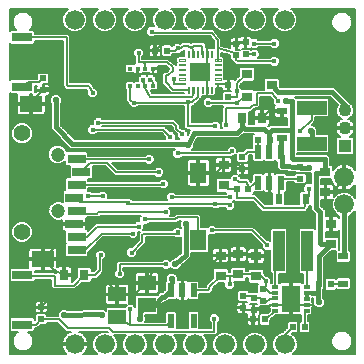
<source format=gbl>
G75*
G70*
%OFA0B0*%
%FSLAX24Y24*%
%IPPOS*%
%LPD*%
%AMOC8*
5,1,8,0,0,1.08239X$1,22.5*
%
%ADD10R,0.0236X0.0197*%
%ADD11C,0.0039*%
%ADD12R,0.0689X0.0630*%
%ADD13R,0.0197X0.0236*%
%ADD14R,0.0138X0.0138*%
%ADD15R,0.0433X0.0433*%
%ADD16C,0.0433*%
%ADD17R,0.0354X0.0315*%
%ADD18R,0.0217X0.0472*%
%ADD19R,0.0984X0.0472*%
%ADD20R,0.0327X0.0248*%
%ADD21R,0.0248X0.0327*%
%ADD22R,0.0315X0.0354*%
%ADD23R,0.0197X0.0118*%
%ADD24R,0.0600X0.0900*%
%ADD25R,0.0386X0.1339*%
%ADD26C,0.0551*%
%ADD27C,0.0472*%
%ADD28R,0.0669X0.0315*%
%ADD29C,0.0660*%
%ADD30R,0.0591X0.0315*%
%ADD31R,0.0551X0.0709*%
%ADD32R,0.0748X0.0551*%
%ADD33R,0.0591X0.0512*%
%ADD34C,0.0177*%
%ADD35C,0.0079*%
%ADD36C,0.0059*%
%ADD37C,0.0157*%
%ADD38C,0.0217*%
%ADD39C,0.0118*%
D10*
X003376Y005225D03*
X003376Y005619D03*
X010081Y010237D03*
X010081Y010630D03*
X009616Y012634D03*
X009616Y013028D03*
X009880Y014016D03*
X010191Y014052D03*
X010191Y014445D03*
X009880Y014410D03*
X012010Y010292D03*
X012010Y009898D03*
X010766Y006225D03*
X010766Y005831D03*
X010451Y005930D03*
X010105Y005993D03*
X010105Y005599D03*
X010451Y005536D03*
X003439Y012855D03*
X003439Y013248D03*
D11*
X007978Y013249D02*
X008176Y013249D01*
X008176Y013209D01*
X007978Y013209D01*
X007978Y013249D01*
X007978Y013247D02*
X008176Y013247D01*
X008176Y013406D02*
X007978Y013406D01*
X008176Y013406D02*
X008176Y013366D01*
X007978Y013366D01*
X007978Y013406D01*
X007978Y013404D02*
X008176Y013404D01*
X008176Y013564D02*
X007978Y013564D01*
X008176Y013564D02*
X008176Y013524D01*
X007978Y013524D01*
X007978Y013564D01*
X007978Y013562D02*
X008176Y013562D01*
X008176Y013721D02*
X007978Y013721D01*
X008176Y013721D02*
X008176Y013681D01*
X007978Y013681D01*
X007978Y013721D01*
X007978Y013719D02*
X008176Y013719D01*
X008176Y013879D02*
X007978Y013879D01*
X008176Y013879D02*
X008176Y013839D01*
X007978Y013839D01*
X007978Y013879D01*
X007978Y013877D02*
X008176Y013877D01*
X008254Y013957D02*
X008254Y014155D01*
X008294Y014155D01*
X008294Y013957D01*
X008254Y013957D01*
X008254Y013995D02*
X008294Y013995D01*
X008294Y014033D02*
X008254Y014033D01*
X008254Y014071D02*
X008294Y014071D01*
X008294Y014109D02*
X008254Y014109D01*
X008254Y014147D02*
X008294Y014147D01*
X008411Y014155D02*
X008411Y013957D01*
X008411Y014155D02*
X008451Y014155D01*
X008451Y013957D01*
X008411Y013957D01*
X008411Y013995D02*
X008451Y013995D01*
X008451Y014033D02*
X008411Y014033D01*
X008411Y014071D02*
X008451Y014071D01*
X008451Y014109D02*
X008411Y014109D01*
X008411Y014147D02*
X008451Y014147D01*
X008569Y014155D02*
X008569Y013957D01*
X008569Y014155D02*
X008609Y014155D01*
X008609Y013957D01*
X008569Y013957D01*
X008569Y013995D02*
X008609Y013995D01*
X008609Y014033D02*
X008569Y014033D01*
X008569Y014071D02*
X008609Y014071D01*
X008609Y014109D02*
X008569Y014109D01*
X008569Y014147D02*
X008609Y014147D01*
X008726Y014155D02*
X008726Y013957D01*
X008726Y014155D02*
X008766Y014155D01*
X008766Y013957D01*
X008726Y013957D01*
X008726Y013995D02*
X008766Y013995D01*
X008766Y014033D02*
X008726Y014033D01*
X008726Y014071D02*
X008766Y014071D01*
X008766Y014109D02*
X008726Y014109D01*
X008726Y014147D02*
X008766Y014147D01*
X008884Y014155D02*
X008884Y013957D01*
X008884Y014155D02*
X008924Y014155D01*
X008924Y013957D01*
X008884Y013957D01*
X008884Y013995D02*
X008924Y013995D01*
X008924Y014033D02*
X008884Y014033D01*
X008884Y014071D02*
X008924Y014071D01*
X008924Y014109D02*
X008884Y014109D01*
X008884Y014147D02*
X008924Y014147D01*
X009041Y014155D02*
X009041Y013957D01*
X009041Y014155D02*
X009081Y014155D01*
X009081Y013957D01*
X009041Y013957D01*
X009041Y013995D02*
X009081Y013995D01*
X009081Y014033D02*
X009041Y014033D01*
X009041Y014071D02*
X009081Y014071D01*
X009081Y014109D02*
X009041Y014109D01*
X009041Y014147D02*
X009081Y014147D01*
X009159Y013839D02*
X009357Y013839D01*
X009159Y013839D02*
X009159Y013879D01*
X009357Y013879D01*
X009357Y013839D01*
X009357Y013877D02*
X009159Y013877D01*
X009159Y013681D02*
X009357Y013681D01*
X009159Y013681D02*
X009159Y013721D01*
X009357Y013721D01*
X009357Y013681D01*
X009357Y013719D02*
X009159Y013719D01*
X009159Y013524D02*
X009357Y013524D01*
X009159Y013524D02*
X009159Y013564D01*
X009357Y013564D01*
X009357Y013524D01*
X009357Y013562D02*
X009159Y013562D01*
X009159Y013366D02*
X009357Y013366D01*
X009159Y013366D02*
X009159Y013406D01*
X009357Y013406D01*
X009357Y013366D01*
X009357Y013404D02*
X009159Y013404D01*
X009159Y013209D02*
X009357Y013209D01*
X009159Y013209D02*
X009159Y013249D01*
X009357Y013249D01*
X009357Y013209D01*
X009357Y013247D02*
X009159Y013247D01*
X009159Y013051D02*
X009357Y013051D01*
X009159Y013051D02*
X009159Y013091D01*
X009357Y013091D01*
X009357Y013051D01*
X009357Y013089D02*
X009159Y013089D01*
X009081Y012973D02*
X009081Y012775D01*
X009041Y012775D01*
X009041Y012973D01*
X009081Y012973D01*
X009081Y012813D02*
X009041Y012813D01*
X009041Y012851D02*
X009081Y012851D01*
X009081Y012889D02*
X009041Y012889D01*
X009041Y012927D02*
X009081Y012927D01*
X009081Y012965D02*
X009041Y012965D01*
X008924Y012973D02*
X008924Y012775D01*
X008884Y012775D01*
X008884Y012973D01*
X008924Y012973D01*
X008924Y012813D02*
X008884Y012813D01*
X008884Y012851D02*
X008924Y012851D01*
X008924Y012889D02*
X008884Y012889D01*
X008884Y012927D02*
X008924Y012927D01*
X008924Y012965D02*
X008884Y012965D01*
X008766Y012973D02*
X008766Y012775D01*
X008726Y012775D01*
X008726Y012973D01*
X008766Y012973D01*
X008766Y012813D02*
X008726Y012813D01*
X008726Y012851D02*
X008766Y012851D01*
X008766Y012889D02*
X008726Y012889D01*
X008726Y012927D02*
X008766Y012927D01*
X008766Y012965D02*
X008726Y012965D01*
X008609Y012973D02*
X008609Y012775D01*
X008569Y012775D01*
X008569Y012973D01*
X008609Y012973D01*
X008609Y012813D02*
X008569Y012813D01*
X008569Y012851D02*
X008609Y012851D01*
X008609Y012889D02*
X008569Y012889D01*
X008569Y012927D02*
X008609Y012927D01*
X008609Y012965D02*
X008569Y012965D01*
X008451Y012973D02*
X008451Y012775D01*
X008411Y012775D01*
X008411Y012973D01*
X008451Y012973D01*
X008451Y012813D02*
X008411Y012813D01*
X008411Y012851D02*
X008451Y012851D01*
X008451Y012889D02*
X008411Y012889D01*
X008411Y012927D02*
X008451Y012927D01*
X008451Y012965D02*
X008411Y012965D01*
X008294Y012973D02*
X008294Y012775D01*
X008254Y012775D01*
X008254Y012973D01*
X008294Y012973D01*
X008294Y012813D02*
X008254Y012813D01*
X008254Y012851D02*
X008294Y012851D01*
X008294Y012889D02*
X008254Y012889D01*
X008254Y012927D02*
X008294Y012927D01*
X008294Y012965D02*
X008254Y012965D01*
X008176Y013091D02*
X007978Y013091D01*
X008176Y013091D02*
X008176Y013051D01*
X007978Y013051D01*
X007978Y013091D01*
X007978Y013089D02*
X008176Y013089D01*
D12*
X008668Y013465D03*
D13*
X007561Y014174D03*
X007168Y014174D03*
X010593Y011209D03*
X010986Y011209D03*
X010278Y009556D03*
X009884Y009556D03*
X012624Y006382D03*
X013018Y006382D03*
X012152Y004953D03*
X011758Y004953D03*
X010829Y005213D03*
X010435Y005213D03*
D14*
X007103Y013002D03*
X006847Y013002D03*
X006591Y013002D03*
X006335Y013002D03*
X006335Y013573D03*
X006591Y013573D03*
X006847Y013573D03*
X007103Y013573D03*
D15*
X013498Y011000D03*
D16*
X013498Y011591D03*
X013498Y012181D03*
D17*
X012849Y010126D03*
X012849Y009457D03*
X013034Y008394D03*
X013034Y007725D03*
X010534Y007323D03*
X009943Y007382D03*
X009353Y007343D03*
X009353Y006674D03*
X009943Y006713D03*
X010534Y006654D03*
X009451Y009689D03*
X009451Y010359D03*
X010231Y012638D03*
X010231Y013386D03*
X011057Y013012D03*
D18*
X010977Y010800D03*
X010609Y010800D03*
X011357Y010800D03*
X011357Y009776D03*
X010983Y009776D03*
X010609Y009776D03*
X008451Y006182D03*
X008077Y006182D03*
X007703Y006182D03*
X007703Y005158D03*
X008451Y005158D03*
D19*
X012384Y011074D03*
X012384Y012274D03*
D20*
X011408Y012162D03*
X011408Y011256D03*
X013447Y007311D03*
X013447Y006406D03*
D21*
X012195Y009237D03*
X011290Y009237D03*
D22*
X010738Y011933D03*
X010069Y011933D03*
X004809Y006693D03*
X004140Y006693D03*
D23*
X011173Y006296D03*
X011173Y006099D03*
X011173Y005912D03*
X011173Y005705D03*
X011173Y005508D03*
X012217Y005508D03*
X012217Y005705D03*
X012217Y005902D03*
X012217Y006089D03*
X012217Y006296D03*
D24*
X011695Y005902D03*
D25*
X011297Y007500D03*
X012242Y007500D03*
D26*
X002738Y008126D03*
X002738Y011414D03*
D27*
X003920Y010705D03*
X003939Y008835D03*
D28*
X002742Y006693D03*
X002742Y005040D03*
X002727Y012969D03*
X002727Y014622D03*
D29*
X004490Y015201D03*
X005490Y015201D03*
X006490Y015201D03*
X007490Y015201D03*
X008490Y015201D03*
X009490Y015201D03*
X010490Y015201D03*
X011490Y015201D03*
X013475Y009949D03*
X013475Y009048D03*
X011498Y004382D03*
X010498Y004382D03*
X009498Y004382D03*
X008498Y004382D03*
X007498Y004382D03*
X006498Y004382D03*
X005498Y004382D03*
X004498Y004382D03*
D30*
X004553Y007536D03*
X004553Y007969D03*
X004475Y008402D03*
X004553Y008835D03*
X004475Y009268D03*
X004553Y009701D03*
X004711Y010134D03*
X004553Y010567D03*
D31*
X008609Y010099D03*
X008609Y007855D03*
D32*
X003431Y007225D03*
X003038Y012402D03*
D33*
X006896Y006437D03*
X006896Y005689D03*
X005912Y006044D03*
X005912Y005296D03*
D34*
X006345Y005552D03*
X005479Y006575D03*
X005990Y006733D03*
X006384Y007441D03*
X006423Y008071D03*
X006620Y008307D03*
X006817Y008544D03*
X007329Y008347D03*
X007526Y008780D03*
X007723Y009292D03*
X007447Y009725D03*
X007290Y010119D03*
X006975Y010552D03*
X007683Y011300D03*
X007683Y011575D03*
X008077Y011378D03*
X007920Y010748D03*
X008904Y011063D03*
X009179Y011654D03*
X009534Y011693D03*
X009888Y012441D03*
X009888Y012835D03*
X009337Y012638D03*
X008943Y012441D03*
X008274Y012461D03*
X007801Y013229D03*
X007486Y013583D03*
X007014Y013209D03*
X006778Y013209D03*
X006069Y013268D03*
X006463Y012441D03*
X005282Y011772D03*
X005085Y011536D03*
X005085Y012756D03*
X004809Y014056D03*
X005794Y014370D03*
X006620Y014095D03*
X007053Y014804D03*
X006975Y015433D03*
X007880Y014489D03*
X007920Y014252D03*
X009061Y014449D03*
X009455Y014449D03*
X008983Y015433D03*
X007998Y015433D03*
X009612Y013307D03*
X010479Y014056D03*
X010479Y014410D03*
X011148Y014410D03*
X011148Y013819D03*
X010754Y013426D03*
X010754Y012559D03*
X011266Y012481D03*
X011423Y011811D03*
X012014Y011496D03*
X010990Y010276D03*
X011620Y009607D03*
X011620Y009134D03*
X011817Y008426D03*
X010912Y007678D03*
X010439Y007678D03*
X010794Y008386D03*
X009652Y009016D03*
X009652Y009292D03*
X009179Y009056D03*
X009061Y008189D03*
X009376Y007953D03*
X008983Y007126D03*
X009652Y006378D03*
X009770Y005591D03*
X009140Y005237D03*
X008983Y004567D03*
X008116Y005040D03*
X007920Y005630D03*
X007998Y004213D03*
X007014Y004213D03*
X005990Y004174D03*
X004337Y006103D03*
X004455Y006693D03*
X005360Y007363D03*
X003983Y008386D03*
X004927Y009331D03*
X005439Y009331D03*
X006266Y009095D03*
X007920Y008111D03*
X007526Y007048D03*
X009849Y009882D03*
X009770Y010552D03*
X009731Y010827D03*
X012290Y009567D03*
X012841Y009095D03*
X013038Y008701D03*
X010872Y006496D03*
X011699Y005276D03*
X010990Y004134D03*
X002526Y005867D03*
X003825Y014410D03*
X005006Y015433D03*
X012014Y013465D03*
D35*
X011384Y013465D01*
X011345Y013504D01*
X010833Y013504D01*
X010794Y013465D01*
X010754Y013426D01*
X010794Y013465D02*
X010597Y013662D01*
X009967Y013662D01*
X009612Y013307D01*
X009612Y013071D01*
X009616Y013028D01*
X009573Y013071D01*
X009258Y013071D01*
X009258Y012638D01*
X009337Y012638D01*
X009258Y012638D02*
X008904Y012638D01*
X008904Y012874D01*
X008904Y013229D01*
X008668Y013465D01*
X008904Y013701D01*
X008904Y014056D01*
X008904Y014370D01*
X009061Y014449D01*
X008904Y014370D02*
X008786Y014489D01*
X007880Y014489D01*
X007522Y014489D01*
X007168Y014174D01*
X007561Y014174D02*
X007841Y014174D01*
X007920Y014252D01*
X008038Y014252D01*
X008116Y014331D01*
X008274Y014331D01*
X008375Y014256D01*
X008450Y014331D01*
X008746Y014331D01*
X008746Y014056D01*
X008431Y014056D02*
X008431Y014213D01*
X008375Y014256D01*
X009455Y014449D02*
X009880Y014410D01*
X009955Y014445D01*
X010191Y014445D01*
X010191Y014052D02*
X010274Y014056D01*
X010479Y014056D01*
X010231Y013386D02*
X009888Y013083D01*
X009888Y012835D01*
X009888Y012638D01*
X009845Y012634D01*
X009616Y012634D01*
X009179Y011654D02*
X008274Y011654D01*
X008274Y012461D01*
X008254Y012441D01*
X006463Y012441D01*
X006335Y012530D01*
X006335Y013002D01*
X006542Y013307D02*
X006069Y013268D01*
X006542Y013307D02*
X006581Y013406D01*
X007053Y013406D01*
X007103Y013475D01*
X007103Y013573D01*
X007112Y013583D01*
X007486Y013583D01*
X007801Y013229D02*
X007801Y013071D01*
X008077Y013071D01*
X008589Y012874D02*
X008589Y012638D01*
X008392Y012461D01*
X008274Y012461D01*
X006581Y013406D02*
X006581Y013563D01*
X006591Y013573D01*
X005786Y014056D02*
X005794Y014126D01*
X005794Y014370D01*
X005786Y014056D02*
X004809Y014056D01*
X003825Y014410D02*
X003825Y012914D01*
X003498Y012914D01*
X003439Y012855D01*
X003038Y012453D01*
X003038Y012402D01*
X004475Y009268D02*
X004518Y009268D01*
X004652Y009134D01*
X006266Y009134D01*
X006266Y009095D01*
X006345Y009056D01*
X009179Y009056D01*
X009376Y009056D01*
X009612Y009056D01*
X009652Y009016D01*
X009888Y009252D02*
X009884Y009256D01*
X009884Y009556D01*
X009585Y009556D01*
X009451Y009689D01*
X009849Y009882D02*
X009967Y009804D01*
X010203Y009804D01*
X010278Y009689D01*
X010278Y009556D01*
X010498Y009776D01*
X010609Y009776D01*
X010983Y009776D02*
X010990Y009784D01*
X010990Y010276D01*
X011620Y009607D02*
X011620Y009134D01*
X012132Y008937D02*
X010794Y008937D01*
X010479Y009252D01*
X009888Y009252D01*
X009191Y010099D02*
X008609Y010099D01*
X009191Y010099D02*
X009451Y010359D01*
X009781Y010359D01*
X009770Y010370D01*
X009770Y010552D01*
X009781Y010359D02*
X009959Y010359D01*
X010081Y010237D01*
X011423Y011811D02*
X011408Y011827D01*
X011408Y012162D01*
X010967Y012162D01*
X010738Y011933D01*
X010738Y012229D01*
X010754Y012559D01*
X012014Y011496D02*
X012384Y011867D01*
X012384Y012274D01*
X013116Y011575D02*
X013116Y010630D01*
X013475Y010311D01*
X013475Y009949D01*
X013140Y009457D01*
X012849Y009457D01*
X012849Y009181D01*
X012841Y009095D01*
X013038Y008898D01*
X013038Y008701D01*
X013034Y008658D01*
X013034Y008394D01*
X012195Y009237D02*
X012290Y009331D01*
X012290Y009567D01*
X012195Y009237D02*
X012171Y009213D01*
X012171Y008977D01*
X012132Y008937D01*
X011817Y008426D02*
X011778Y008386D01*
X010794Y008386D01*
X010439Y007678D02*
X010534Y007544D01*
X010534Y007323D01*
X010475Y007382D01*
X009943Y007382D01*
X009904Y007343D01*
X009353Y007343D01*
X009175Y007166D01*
X008983Y007166D01*
X008983Y007126D01*
X009353Y007343D02*
X009353Y007930D01*
X009376Y007953D01*
X009353Y006674D02*
X008983Y006304D01*
X008983Y006221D01*
X008943Y006182D01*
X008451Y006182D01*
X008077Y006182D02*
X008077Y005827D01*
X008313Y005591D01*
X009770Y005591D01*
X009778Y005599D01*
X010105Y005599D01*
X010168Y005536D01*
X010451Y005536D01*
X010435Y005520D01*
X010435Y005213D01*
X010451Y005536D02*
X010506Y005591D01*
X010912Y005591D01*
X011026Y005705D01*
X011173Y005705D01*
X011177Y005709D01*
X011502Y005709D01*
X011695Y005902D01*
X011695Y005319D01*
X011699Y005276D01*
X011758Y004953D02*
X011498Y004693D01*
X011498Y004382D01*
X011817Y005709D02*
X011695Y005831D01*
X011695Y005902D01*
X011817Y005709D02*
X012213Y005709D01*
X012217Y005705D01*
X012394Y006089D02*
X012408Y006103D01*
X011173Y006099D02*
X011170Y006103D01*
X010990Y006103D01*
X010868Y006225D01*
X010766Y006225D01*
X010872Y006331D01*
X010872Y006496D01*
X010715Y006654D01*
X010534Y006654D01*
X010475Y006713D01*
X009943Y006713D01*
X009904Y006674D01*
X009652Y006674D01*
X009652Y006378D01*
X009652Y006674D02*
X009353Y006674D01*
X008077Y006811D02*
X008077Y006182D01*
X008077Y006811D02*
X007093Y006811D01*
X006896Y006457D01*
X006896Y006437D01*
X006502Y006044D01*
X005912Y006044D01*
X005912Y006142D01*
X005479Y006575D01*
X005321Y006851D02*
X005164Y006693D01*
X004809Y006693D01*
X004455Y006339D01*
X003825Y006339D01*
X003825Y006615D01*
X003786Y006654D01*
X002782Y006654D01*
X002742Y006693D01*
X003431Y007225D02*
X003805Y006851D01*
X004140Y006693D01*
X004455Y006693D01*
X004337Y006103D02*
X003860Y006103D01*
X003376Y005619D01*
X003431Y007225D02*
X003983Y007776D01*
X003983Y008386D01*
X003998Y008402D01*
X004475Y008402D01*
X005360Y007363D02*
X005321Y007323D01*
X005321Y006851D01*
X013116Y011575D02*
X013483Y011575D01*
X013498Y011591D01*
D36*
X002319Y012759D02*
X002319Y004046D01*
X004216Y004046D01*
X004213Y004048D01*
X004164Y004097D01*
X004123Y004153D01*
X004092Y004214D01*
X004071Y004280D01*
X004060Y004348D01*
X004060Y004353D01*
X004469Y004353D01*
X004469Y004412D01*
X004060Y004412D01*
X004060Y004417D01*
X004071Y004485D01*
X004092Y004551D01*
X004123Y004612D01*
X004164Y004668D01*
X004213Y004717D01*
X004269Y004757D01*
X004330Y004788D01*
X004377Y004804D01*
X004209Y004804D01*
X003906Y005107D01*
X003583Y005107D01*
X003583Y005090D01*
X003531Y005038D01*
X003356Y005038D01*
X003309Y004991D01*
X003240Y004922D01*
X003166Y004922D01*
X003166Y004846D01*
X003114Y004794D01*
X002926Y004794D01*
X002957Y004781D01*
X003054Y004684D01*
X003107Y004557D01*
X003107Y004420D01*
X003054Y004293D01*
X002957Y004197D01*
X002831Y004144D01*
X002694Y004144D01*
X002567Y004197D01*
X002470Y004293D01*
X002418Y004420D01*
X002418Y004557D01*
X002470Y004684D01*
X002567Y004781D01*
X002598Y004794D01*
X002371Y004794D01*
X002319Y004846D01*
X002319Y005234D01*
X002371Y005286D01*
X003114Y005286D01*
X003166Y005234D01*
X003166Y005181D01*
X003170Y005185D01*
X003170Y005360D01*
X003221Y005412D01*
X003531Y005412D01*
X003583Y005360D01*
X003583Y005343D01*
X003943Y005343D01*
X003943Y005436D01*
X004058Y005552D01*
X004222Y005552D01*
X004248Y005526D01*
X005289Y005559D01*
X005291Y005561D01*
X005358Y005561D01*
X005424Y005564D01*
X005427Y005561D01*
X005430Y005561D01*
X005440Y005552D01*
X005481Y005552D01*
X005528Y005505D01*
X005528Y005588D01*
X005580Y005640D01*
X006183Y005640D01*
X006222Y005680D01*
X006221Y005680D01*
X005941Y005680D01*
X005941Y006014D01*
X005882Y006014D01*
X005882Y005680D01*
X005602Y005680D01*
X005575Y005687D01*
X005550Y005701D01*
X005530Y005721D01*
X005515Y005746D01*
X005508Y005774D01*
X005508Y006014D01*
X005882Y006014D01*
X005882Y006073D01*
X005508Y006073D01*
X005508Y006314D01*
X005515Y006341D01*
X005530Y006366D01*
X005550Y006386D01*
X005575Y006400D01*
X005602Y006408D01*
X005882Y006408D01*
X005882Y006073D01*
X005941Y006073D01*
X006315Y006073D01*
X006315Y006314D01*
X006308Y006341D01*
X006294Y006366D01*
X006273Y006386D01*
X006249Y006400D01*
X006221Y006408D01*
X005941Y006408D01*
X005941Y006073D01*
X005941Y006014D01*
X006315Y006014D01*
X006315Y005774D01*
X006308Y005746D01*
X006298Y005729D01*
X006418Y005729D01*
X006512Y005635D01*
X006512Y005982D01*
X006564Y006034D01*
X007228Y006034D01*
X007244Y006018D01*
X007338Y006113D01*
X007397Y006113D01*
X007506Y006221D01*
X007506Y006454D01*
X007536Y006484D01*
X007526Y006494D01*
X007526Y006657D01*
X007641Y006772D01*
X007804Y006772D01*
X007920Y006657D01*
X007920Y006514D01*
X007927Y006519D01*
X007954Y006526D01*
X008052Y006526D01*
X008052Y006206D01*
X008102Y006206D01*
X008102Y006526D01*
X008200Y006526D01*
X008227Y006519D01*
X008252Y006504D01*
X008272Y006484D01*
X008276Y006477D01*
X008306Y006506D01*
X008596Y006506D01*
X008648Y006454D01*
X008648Y006309D01*
X008855Y006309D01*
X008855Y006357D01*
X008930Y006431D01*
X009087Y006589D01*
X009087Y006868D01*
X009139Y006920D01*
X009566Y006920D01*
X009618Y006868D01*
X009618Y006802D01*
X009677Y006802D01*
X009677Y006907D01*
X009729Y006959D01*
X010157Y006959D01*
X010209Y006907D01*
X010209Y006841D01*
X010268Y006841D01*
X010268Y006848D01*
X010320Y006900D01*
X010748Y006900D01*
X010799Y006848D01*
X010799Y006750D01*
X010843Y006707D01*
X010876Y006674D01*
X010946Y006674D01*
X011049Y006570D01*
X011049Y006443D01*
X011055Y006443D01*
X011055Y006755D01*
X011016Y006794D01*
X011016Y007531D01*
X010985Y007500D01*
X010838Y007500D01*
X010806Y007533D01*
X010812Y007523D01*
X010819Y007495D01*
X010819Y007353D01*
X010563Y007353D01*
X010504Y007353D01*
X010504Y007589D01*
X010342Y007589D01*
X010315Y007582D01*
X010290Y007567D01*
X010270Y007547D01*
X010256Y007523D01*
X010248Y007495D01*
X010248Y007353D01*
X010504Y007353D01*
X010504Y007294D01*
X010229Y007294D01*
X010248Y007294D02*
X010248Y007151D01*
X010256Y007124D01*
X010270Y007099D01*
X010290Y007079D01*
X010315Y007065D01*
X010342Y007057D01*
X010504Y007057D01*
X010504Y007294D01*
X010248Y007294D01*
X010248Y007236D02*
X010229Y007236D01*
X010229Y007211D02*
X010229Y007353D01*
X009973Y007353D01*
X009973Y007412D01*
X010229Y007412D01*
X010229Y007554D01*
X010221Y007582D01*
X010315Y007582D01*
X010257Y007524D02*
X010229Y007524D01*
X010229Y007466D02*
X010248Y007466D01*
X010248Y007409D02*
X009973Y007409D01*
X009973Y007412D02*
X009914Y007412D01*
X009914Y007648D01*
X009752Y007648D01*
X009724Y007641D01*
X009700Y007626D01*
X009679Y007606D01*
X009665Y007582D01*
X009602Y007582D01*
X009596Y007587D02*
X009572Y007601D01*
X009544Y007609D01*
X009382Y007609D01*
X009382Y007372D01*
X009638Y007372D01*
X009638Y007515D01*
X009631Y007542D01*
X009616Y007567D01*
X009596Y007587D01*
X009665Y007582D02*
X009658Y007554D01*
X009658Y007412D01*
X009914Y007412D01*
X009914Y007353D01*
X009973Y007353D01*
X009973Y007117D01*
X010135Y007117D01*
X010162Y007124D01*
X010187Y007138D01*
X010207Y007158D01*
X010221Y007183D01*
X010229Y007211D01*
X010219Y007179D02*
X010248Y007179D01*
X010257Y007121D02*
X010152Y007121D01*
X010168Y006948D02*
X011016Y006948D01*
X011016Y006891D02*
X010757Y006891D01*
X010799Y006833D02*
X011016Y006833D01*
X011035Y006776D02*
X010799Y006776D01*
X010831Y006718D02*
X011055Y006718D01*
X011055Y006661D02*
X010959Y006661D01*
X011016Y006603D02*
X011055Y006603D01*
X011049Y006546D02*
X011055Y006546D01*
X011049Y006488D02*
X011055Y006488D01*
X011173Y006296D02*
X011173Y007349D01*
X011227Y007402D01*
X011227Y007430D01*
X011297Y007500D01*
X011579Y007524D02*
X011961Y007524D01*
X011961Y007466D02*
X011579Y007466D01*
X011579Y007409D02*
X011961Y007409D01*
X011961Y007351D02*
X011579Y007351D01*
X011579Y007294D02*
X011961Y007294D01*
X011961Y007236D02*
X011579Y007236D01*
X011579Y007179D02*
X011961Y007179D01*
X011961Y007121D02*
X011579Y007121D01*
X011579Y007064D02*
X011961Y007064D01*
X011961Y007006D02*
X011579Y007006D01*
X011579Y006948D02*
X011961Y006948D01*
X011961Y006891D02*
X011579Y006891D01*
X011579Y006833D02*
X011961Y006833D01*
X011961Y006794D02*
X012013Y006743D01*
X012099Y006743D01*
X012099Y006443D01*
X012082Y006443D01*
X012069Y006431D01*
X012062Y006439D01*
X012037Y006453D01*
X012009Y006460D01*
X011725Y006460D01*
X011725Y005932D01*
X011666Y005932D01*
X011666Y006460D01*
X011381Y006460D01*
X011353Y006453D01*
X011329Y006439D01*
X011321Y006431D01*
X011309Y006443D01*
X011292Y006443D01*
X011292Y006743D01*
X011527Y006743D01*
X011579Y006794D01*
X011579Y008206D01*
X011527Y008258D01*
X011068Y008258D01*
X011016Y008206D01*
X011016Y007824D01*
X010985Y007855D01*
X010902Y007855D01*
X010518Y008238D01*
X010449Y008307D01*
X009194Y008307D01*
X009135Y008367D01*
X008988Y008367D01*
X008919Y008298D01*
X008707Y008298D01*
X008707Y008671D01*
X008638Y008741D01*
X007871Y008741D01*
X007792Y008662D01*
X007658Y008662D01*
X007703Y008707D01*
X007703Y008853D01*
X007629Y008928D01*
X009057Y008928D01*
X009106Y008878D01*
X009253Y008878D01*
X009302Y008928D01*
X009490Y008928D01*
X009578Y008839D01*
X009725Y008839D01*
X009829Y008943D01*
X009829Y009090D01*
X009765Y009154D01*
X009785Y009174D01*
X009831Y009128D01*
X009835Y009124D01*
X010426Y009124D01*
X010741Y008809D01*
X012185Y008809D01*
X012260Y008884D01*
X012299Y008924D01*
X012299Y008985D01*
X012356Y008985D01*
X012359Y008987D01*
X012359Y008868D01*
X012516Y008711D01*
X012516Y008214D01*
X012472Y008258D01*
X012013Y008258D01*
X011961Y008206D01*
X011961Y006794D01*
X011979Y006776D02*
X011560Y006776D01*
X011292Y006718D02*
X012099Y006718D01*
X012099Y006661D02*
X011292Y006661D01*
X011292Y006603D02*
X012099Y006603D01*
X012099Y006546D02*
X011292Y006546D01*
X011292Y006488D02*
X012099Y006488D01*
X012217Y006296D02*
X012217Y007475D01*
X012242Y007500D01*
X011961Y007582D02*
X011579Y007582D01*
X011579Y007639D02*
X011961Y007639D01*
X011961Y007697D02*
X011579Y007697D01*
X011579Y007754D02*
X011961Y007754D01*
X011961Y007812D02*
X011579Y007812D01*
X011579Y007869D02*
X011961Y007869D01*
X011961Y007927D02*
X011579Y007927D01*
X011579Y007984D02*
X011961Y007984D01*
X011961Y008042D02*
X011579Y008042D01*
X011579Y008100D02*
X011961Y008100D01*
X011961Y008157D02*
X011579Y008157D01*
X011571Y008215D02*
X011969Y008215D01*
X012516Y008215D02*
X012516Y008215D01*
X012516Y008272D02*
X010484Y008272D01*
X010542Y008215D02*
X011024Y008215D01*
X011016Y008157D02*
X010599Y008157D01*
X010657Y008100D02*
X011016Y008100D01*
X011016Y008042D02*
X010714Y008042D01*
X010772Y007984D02*
X011016Y007984D01*
X011016Y007927D02*
X010829Y007927D01*
X010887Y007869D02*
X011016Y007869D01*
X010912Y007678D02*
X010400Y008189D01*
X009061Y008189D01*
X009194Y008071D02*
X010351Y008071D01*
X010734Y007688D01*
X010734Y007604D01*
X010763Y007576D01*
X010753Y007582D01*
X010757Y007582D01*
X010753Y007582D02*
X010725Y007589D01*
X010563Y007589D01*
X010563Y007353D01*
X010563Y007294D01*
X011016Y007294D01*
X011016Y007351D02*
X010563Y007351D01*
X010563Y007294D02*
X010819Y007294D01*
X010819Y007151D01*
X010812Y007124D01*
X010797Y007099D01*
X010777Y007079D01*
X010753Y007065D01*
X010725Y007057D01*
X010563Y007057D01*
X010563Y007294D01*
X010504Y007294D01*
X010504Y007351D02*
X010229Y007351D01*
X010221Y007582D02*
X010207Y007606D01*
X010187Y007626D01*
X010162Y007641D01*
X010135Y007648D01*
X009973Y007648D01*
X009973Y007412D01*
X009973Y007466D02*
X009914Y007466D01*
X009914Y007409D02*
X009638Y007409D01*
X009638Y007466D02*
X009658Y007466D01*
X009658Y007524D02*
X009636Y007524D01*
X009722Y007639D02*
X008973Y007639D01*
X008973Y007582D02*
X009103Y007582D01*
X009109Y007587D02*
X009089Y007567D01*
X009075Y007542D01*
X009067Y007515D01*
X009067Y007372D01*
X009323Y007372D01*
X009323Y007313D01*
X009382Y007313D01*
X009382Y007077D01*
X009544Y007077D01*
X009572Y007085D01*
X009596Y007099D01*
X009616Y007119D01*
X009631Y007144D01*
X009638Y007171D01*
X009638Y007313D01*
X009382Y007313D01*
X009382Y007372D01*
X009323Y007372D01*
X009323Y007609D01*
X009161Y007609D01*
X009134Y007601D01*
X009109Y007587D01*
X009070Y007524D02*
X008973Y007524D01*
X008973Y007466D02*
X009067Y007466D01*
X009067Y007409D02*
X008365Y007409D01*
X008366Y007412D02*
X008921Y007412D01*
X008973Y007464D01*
X008973Y008027D01*
X008988Y008012D01*
X009135Y008012D01*
X009194Y008071D01*
X009164Y008042D02*
X010380Y008042D01*
X010438Y007984D02*
X008973Y007984D01*
X008973Y007927D02*
X010495Y007927D01*
X010553Y007869D02*
X008973Y007869D01*
X008973Y007812D02*
X010610Y007812D01*
X010668Y007754D02*
X008973Y007754D01*
X008973Y007697D02*
X010725Y007697D01*
X010734Y007639D02*
X010165Y007639D01*
X009973Y007639D02*
X009914Y007639D01*
X009914Y007582D02*
X009973Y007582D01*
X009973Y007524D02*
X009914Y007524D01*
X009914Y007353D02*
X009658Y007353D01*
X009658Y007211D01*
X009665Y007183D01*
X009679Y007158D01*
X009700Y007138D01*
X009724Y007124D01*
X009752Y007117D01*
X009914Y007117D01*
X009914Y007353D01*
X009914Y007351D02*
X009973Y007351D01*
X009973Y007294D02*
X009914Y007294D01*
X009914Y007236D02*
X009973Y007236D01*
X009973Y007179D02*
X009914Y007179D01*
X009914Y007121D02*
X009973Y007121D01*
X009735Y007121D02*
X009618Y007121D01*
X009638Y007179D02*
X009668Y007179D01*
X009658Y007236D02*
X009638Y007236D01*
X009638Y007294D02*
X009658Y007294D01*
X009658Y007351D02*
X009382Y007351D01*
X009382Y007294D02*
X009323Y007294D01*
X009323Y007313D02*
X009323Y007077D01*
X009161Y007077D01*
X009134Y007085D01*
X009109Y007099D01*
X009089Y007119D01*
X009075Y007144D01*
X009067Y007171D01*
X009067Y007313D01*
X009323Y007313D01*
X009323Y007351D02*
X008362Y007351D01*
X008362Y007358D02*
X008366Y007412D01*
X008362Y007358D02*
X008362Y007293D01*
X008358Y007289D01*
X008358Y007284D01*
X008310Y007241D01*
X008264Y007195D01*
X008259Y007195D01*
X008038Y006999D01*
X008038Y006966D01*
X007922Y006851D01*
X007759Y006851D01*
X007669Y006941D01*
X007599Y006870D01*
X007452Y006870D01*
X007393Y006930D01*
X006109Y006930D01*
X006109Y006865D01*
X006168Y006806D01*
X006168Y006659D01*
X006064Y006556D01*
X005917Y006556D01*
X005813Y006659D01*
X005813Y006806D01*
X005872Y006865D01*
X005872Y007097D01*
X005941Y007166D01*
X007393Y007166D01*
X007452Y007225D01*
X007599Y007225D01*
X007669Y007155D01*
X007759Y007244D01*
X007810Y007244D01*
X008028Y007438D01*
X008028Y007968D01*
X007993Y007933D01*
X007846Y007933D01*
X007826Y007953D01*
X006857Y007953D01*
X006857Y007747D01*
X006561Y007451D01*
X006561Y007368D01*
X006457Y007264D01*
X006311Y007264D01*
X006207Y007368D01*
X006207Y007515D01*
X006311Y007619D01*
X006394Y007619D01*
X006620Y007845D01*
X006620Y008081D01*
X006670Y008130D01*
X006601Y008130D01*
X006601Y007998D01*
X006497Y007894D01*
X006350Y007894D01*
X006291Y007953D01*
X005449Y007953D01*
X004967Y007471D01*
X004937Y007442D01*
X004937Y007342D01*
X004885Y007290D01*
X004221Y007290D01*
X004170Y007342D01*
X004170Y007730D01*
X004192Y007752D01*
X004170Y007775D01*
X004170Y008136D01*
X004165Y008136D01*
X004138Y008144D01*
X004113Y008158D01*
X004093Y008178D01*
X004078Y008203D01*
X004071Y008230D01*
X004071Y008372D01*
X004445Y008372D01*
X004445Y008431D01*
X004071Y008431D01*
X004071Y008538D01*
X004004Y008510D01*
X003875Y008510D01*
X003755Y008560D01*
X002319Y008560D01*
X002319Y008502D02*
X004071Y008502D01*
X004071Y008445D02*
X002921Y008445D01*
X002945Y008435D02*
X002811Y008491D01*
X002666Y008491D01*
X002532Y008435D01*
X002430Y008333D01*
X002374Y008199D01*
X002374Y008054D01*
X002430Y007920D01*
X002532Y007818D01*
X002666Y007762D01*
X002811Y007762D01*
X002945Y007818D01*
X003047Y007920D01*
X003103Y008054D01*
X003103Y008199D01*
X003047Y008333D01*
X002945Y008435D01*
X002992Y008387D02*
X004445Y008387D01*
X004504Y008387D02*
X005155Y008387D01*
X005193Y008426D02*
X004934Y008166D01*
X004885Y008215D01*
X004874Y008215D01*
X004878Y008230D01*
X004878Y008372D01*
X004504Y008372D01*
X004504Y008431D01*
X004878Y008431D01*
X004878Y008574D01*
X004874Y008589D01*
X004885Y008589D01*
X004919Y008622D01*
X005291Y008622D01*
X005331Y008662D01*
X006685Y008662D01*
X006640Y008617D01*
X006640Y008485D01*
X006547Y008485D01*
X006488Y008426D01*
X005193Y008426D01*
X005242Y008307D02*
X004888Y007953D01*
X004569Y007953D01*
X004553Y007969D01*
X004170Y007984D02*
X003074Y007984D01*
X003050Y007927D02*
X004170Y007927D01*
X004170Y007869D02*
X002996Y007869D01*
X002931Y007812D02*
X004170Y007812D01*
X004190Y007754D02*
X002319Y007754D01*
X002319Y007697D02*
X004170Y007697D01*
X004170Y007639D02*
X002319Y007639D01*
X002319Y007582D02*
X002985Y007582D01*
X002991Y007587D02*
X002971Y007567D01*
X002956Y007542D01*
X002949Y007515D01*
X002949Y007254D01*
X003402Y007254D01*
X003402Y007195D01*
X003461Y007195D01*
X003461Y006841D01*
X003820Y006841D01*
X003847Y006848D01*
X003872Y006863D01*
X003874Y006865D01*
X003874Y006746D01*
X003839Y006782D01*
X003166Y006782D01*
X003166Y006841D01*
X003402Y006841D01*
X003402Y007195D01*
X002949Y007195D01*
X002949Y006939D01*
X002371Y006939D01*
X002319Y006887D01*
X002319Y006499D01*
X002371Y006447D01*
X003114Y006447D01*
X003166Y006499D01*
X003166Y006526D01*
X003697Y006526D01*
X003697Y006286D01*
X003772Y006211D01*
X004508Y006211D01*
X004724Y006428D01*
X005003Y006428D01*
X005055Y006479D01*
X005055Y006565D01*
X005217Y006565D01*
X005292Y006640D01*
X005449Y006798D01*
X005449Y007201D01*
X005538Y007289D01*
X005538Y007436D01*
X005434Y007540D01*
X005287Y007540D01*
X005183Y007436D01*
X005183Y007289D01*
X005193Y007279D01*
X005193Y006904D01*
X005111Y006821D01*
X005055Y006821D01*
X005055Y006907D01*
X005003Y006959D01*
X004615Y006959D01*
X004563Y006907D01*
X004563Y006628D01*
X004402Y006467D01*
X004394Y006467D01*
X004398Y006474D01*
X004406Y006502D01*
X004406Y006664D01*
X004170Y006664D01*
X004170Y006723D01*
X004406Y006723D01*
X004406Y006885D01*
X004398Y006912D01*
X004384Y006937D01*
X004364Y006957D01*
X004339Y006971D01*
X004312Y006979D01*
X004170Y006979D01*
X004170Y006723D01*
X004110Y006723D01*
X004110Y006979D01*
X003968Y006979D01*
X003941Y006971D01*
X003916Y006957D01*
X003914Y006955D01*
X003914Y007195D01*
X003461Y007195D01*
X003461Y007254D01*
X003914Y007254D01*
X003914Y007515D01*
X003906Y007542D01*
X003892Y007567D01*
X003872Y007587D01*
X003847Y007601D01*
X003820Y007609D01*
X003461Y007609D01*
X003461Y007254D01*
X003402Y007254D01*
X003402Y007609D01*
X003043Y007609D01*
X003016Y007601D01*
X002991Y007587D01*
X002952Y007524D02*
X002319Y007524D01*
X002319Y007466D02*
X002949Y007466D01*
X002949Y007409D02*
X002319Y007409D01*
X002319Y007351D02*
X002949Y007351D01*
X002949Y007294D02*
X002319Y007294D01*
X002319Y007236D02*
X003402Y007236D01*
X003402Y007179D02*
X003461Y007179D01*
X003461Y007236D02*
X005193Y007236D01*
X005193Y007179D02*
X003914Y007179D01*
X003914Y007121D02*
X005193Y007121D01*
X005193Y007064D02*
X003914Y007064D01*
X003914Y007006D02*
X005193Y007006D01*
X005193Y006948D02*
X005014Y006948D01*
X005055Y006891D02*
X005180Y006891D01*
X005123Y006833D02*
X005055Y006833D01*
X005055Y006546D02*
X006492Y006546D01*
X006492Y006603D02*
X006111Y006603D01*
X006168Y006661D02*
X006492Y006661D01*
X006492Y006708D02*
X006492Y006467D01*
X006866Y006467D01*
X006866Y006408D01*
X006492Y006408D01*
X006492Y006167D01*
X006500Y006140D01*
X006514Y006115D01*
X006534Y006095D01*
X006559Y006081D01*
X006586Y006073D01*
X006866Y006073D01*
X006866Y006408D01*
X006925Y006408D01*
X006925Y006073D01*
X007205Y006073D01*
X007233Y006081D01*
X007258Y006095D01*
X007278Y006115D01*
X007292Y006140D01*
X007299Y006167D01*
X007299Y006408D01*
X006925Y006408D01*
X006925Y006467D01*
X006866Y006467D01*
X006866Y006802D01*
X006586Y006802D01*
X006559Y006794D01*
X006534Y006780D01*
X006514Y006760D01*
X006500Y006735D01*
X006492Y006708D01*
X006495Y006718D02*
X006168Y006718D01*
X006168Y006776D02*
X006530Y006776D01*
X006492Y006488D02*
X005055Y006488D01*
X005006Y006430D02*
X006866Y006430D01*
X006866Y006373D02*
X006925Y006373D01*
X006925Y006430D02*
X007506Y006430D01*
X007506Y006373D02*
X007299Y006373D01*
X007299Y006315D02*
X007506Y006315D01*
X007506Y006258D02*
X007299Y006258D01*
X007299Y006200D02*
X007485Y006200D01*
X007428Y006143D02*
X007293Y006143D01*
X007311Y006085D02*
X007241Y006085D01*
X007234Y006028D02*
X007253Y006028D01*
X007477Y005778D02*
X007536Y005778D01*
X007615Y005857D01*
X007848Y005857D01*
X007878Y005886D01*
X007882Y005879D01*
X007902Y005859D01*
X007927Y005844D01*
X007954Y005837D01*
X008052Y005837D01*
X008052Y006157D01*
X008102Y006157D01*
X008102Y005837D01*
X008200Y005837D01*
X008227Y005844D01*
X008252Y005859D01*
X008272Y005879D01*
X008276Y005886D01*
X008306Y005857D01*
X008596Y005857D01*
X008648Y005909D01*
X008648Y006054D01*
X008996Y006054D01*
X009071Y006129D01*
X009110Y006168D01*
X009110Y006251D01*
X009287Y006428D01*
X009475Y006428D01*
X009475Y006305D01*
X009578Y006201D01*
X009725Y006201D01*
X009829Y006305D01*
X009829Y006452D01*
X009814Y006467D01*
X010157Y006467D01*
X010209Y006519D01*
X010209Y006585D01*
X010268Y006585D01*
X010268Y006460D01*
X010320Y006408D01*
X010607Y006408D01*
X010559Y006360D01*
X010559Y006117D01*
X010311Y006117D01*
X010311Y006128D01*
X010259Y006180D01*
X009950Y006180D01*
X009898Y006128D01*
X009898Y005857D01*
X009950Y005806D01*
X010244Y005806D01*
X010244Y005804D01*
X010237Y005806D01*
X010124Y005806D01*
X010124Y005619D01*
X010085Y005619D01*
X010085Y005806D01*
X009972Y005806D01*
X009945Y005798D01*
X009920Y005784D01*
X009900Y005764D01*
X009886Y005739D01*
X009878Y005712D01*
X009878Y005619D01*
X010085Y005619D01*
X010085Y005579D01*
X010124Y005579D01*
X010124Y005392D01*
X010234Y005392D01*
X010241Y005381D01*
X010236Y005373D01*
X010229Y005345D01*
X010229Y005233D01*
X010416Y005233D01*
X010416Y005329D01*
X010431Y005329D01*
X010431Y005516D01*
X010471Y005516D01*
X010471Y005556D01*
X010431Y005556D01*
X010431Y005743D01*
X010322Y005743D01*
X010559Y005743D01*
X010559Y005743D01*
X010471Y005743D01*
X010471Y005556D01*
X010677Y005556D01*
X010677Y005644D01*
X010921Y005644D01*
X010967Y005690D01*
X010967Y005632D01*
X010974Y005604D01*
X010986Y005583D01*
X010986Y005488D01*
X010918Y005420D01*
X010694Y005420D01*
X010670Y005396D01*
X010677Y005423D01*
X010677Y005516D01*
X010471Y005516D01*
X010471Y005439D01*
X010455Y005439D01*
X010455Y005233D01*
X010416Y005233D01*
X010416Y005193D01*
X010455Y005193D01*
X010455Y004987D01*
X010548Y004987D01*
X010575Y004994D01*
X010600Y005008D01*
X010620Y005028D01*
X010635Y005053D01*
X010642Y005081D01*
X010642Y005193D01*
X010455Y005193D01*
X010455Y005233D01*
X010642Y005233D01*
X010642Y005345D01*
X010639Y005355D01*
X010642Y005357D01*
X010642Y005058D01*
X010694Y005006D01*
X010964Y005006D01*
X011016Y005058D01*
X011016Y005184D01*
X011193Y005361D01*
X011309Y005361D01*
X011321Y005373D01*
X011329Y005365D01*
X011353Y005351D01*
X011381Y005344D01*
X011666Y005344D01*
X011666Y005872D01*
X011725Y005872D01*
X011725Y005344D01*
X012009Y005344D01*
X012034Y005350D01*
X012034Y005160D01*
X012017Y005160D01*
X011965Y005108D01*
X011965Y004798D01*
X012017Y004746D01*
X012287Y004746D01*
X012339Y004798D01*
X012339Y005108D01*
X012287Y005160D01*
X012270Y005160D01*
X012270Y005361D01*
X012352Y005361D01*
X012404Y005413D01*
X012404Y005583D01*
X012416Y005604D01*
X012423Y005632D01*
X012423Y005705D01*
X012217Y005705D01*
X012217Y005705D01*
X012423Y005705D01*
X012423Y005778D01*
X012416Y005806D01*
X012404Y005827D01*
X012404Y005935D01*
X012437Y005935D01*
X012437Y005758D01*
X012447Y005748D01*
X012447Y005706D01*
X012562Y005591D01*
X012725Y005591D01*
X012841Y005706D01*
X012841Y005869D01*
X012772Y005938D01*
X012772Y006188D01*
X012811Y006227D01*
X012811Y006537D01*
X012792Y006557D01*
X012792Y007246D01*
X013024Y007479D01*
X013202Y007479D01*
X013195Y007472D01*
X013195Y007151D01*
X013247Y007099D01*
X013647Y007099D01*
X013699Y007151D01*
X013699Y007472D01*
X013647Y007524D01*
X013642Y007524D01*
X013642Y008664D01*
X013712Y008693D01*
X013829Y008811D01*
X013835Y008824D01*
X013835Y004046D01*
X011754Y004046D01*
X011853Y004145D01*
X011917Y004299D01*
X011917Y004466D01*
X011853Y004619D01*
X011735Y004737D01*
X011727Y004741D01*
X011732Y004746D01*
X011893Y004746D01*
X011945Y004798D01*
X011945Y005108D01*
X011893Y005160D01*
X011623Y005160D01*
X011571Y005108D01*
X011571Y004947D01*
X011445Y004821D01*
X011425Y004801D01*
X011415Y004801D01*
X011261Y004737D01*
X011143Y004619D01*
X011080Y004466D01*
X011080Y004299D01*
X011143Y004145D01*
X011243Y004046D01*
X010754Y004046D01*
X010853Y004145D01*
X010917Y004299D01*
X010917Y004466D01*
X010853Y004619D01*
X010735Y004737D01*
X010582Y004801D01*
X010415Y004801D01*
X010261Y004737D01*
X010143Y004619D01*
X010080Y004466D01*
X010080Y004299D01*
X010143Y004145D01*
X010243Y004046D01*
X009754Y004046D01*
X009853Y004145D01*
X009917Y004299D01*
X009917Y004466D01*
X009853Y004619D01*
X009735Y004737D01*
X009582Y004801D01*
X009415Y004801D01*
X009261Y004737D01*
X009143Y004619D01*
X009080Y004466D01*
X009080Y004299D01*
X009143Y004145D01*
X009243Y004046D01*
X008754Y004046D01*
X008853Y004145D01*
X008917Y004299D01*
X008917Y004466D01*
X008853Y004619D01*
X008787Y004685D01*
X009189Y004685D01*
X009258Y004755D01*
X009258Y005104D01*
X009317Y005163D01*
X009317Y005310D01*
X009213Y005414D01*
X009067Y005414D01*
X008963Y005310D01*
X008963Y005163D01*
X009022Y005104D01*
X009022Y004922D01*
X008648Y004922D01*
X008648Y005431D01*
X008596Y005483D01*
X008306Y005483D01*
X008254Y005431D01*
X008254Y004922D01*
X007900Y004922D01*
X007900Y005431D01*
X007848Y005483D01*
X007558Y005483D01*
X007506Y005431D01*
X007506Y005138D01*
X006840Y005138D01*
X006857Y005155D01*
X006857Y005318D01*
X006830Y005345D01*
X007228Y005345D01*
X007280Y005397D01*
X007280Y005581D01*
X007477Y005778D01*
X007439Y005740D02*
X009886Y005740D01*
X009878Y005682D02*
X007381Y005682D01*
X007324Y005625D02*
X009878Y005625D01*
X009878Y005579D02*
X009878Y005486D01*
X009886Y005459D01*
X009900Y005434D01*
X009920Y005414D01*
X009945Y005400D01*
X009972Y005392D01*
X010085Y005392D01*
X010085Y005579D01*
X009878Y005579D01*
X009878Y005567D02*
X007280Y005567D01*
X007280Y005510D02*
X009878Y005510D01*
X009889Y005452D02*
X008627Y005452D01*
X008648Y005394D02*
X009047Y005394D01*
X008990Y005337D02*
X008648Y005337D01*
X008648Y005279D02*
X008963Y005279D01*
X008963Y005222D02*
X008648Y005222D01*
X008648Y005164D02*
X008963Y005164D01*
X009019Y005107D02*
X008648Y005107D01*
X008648Y005049D02*
X009022Y005049D01*
X009022Y004992D02*
X008648Y004992D01*
X008648Y004934D02*
X009022Y004934D01*
X009140Y004804D02*
X005754Y004804D01*
X005636Y004922D01*
X004258Y004922D01*
X003955Y005225D01*
X003376Y005225D01*
X003191Y005040D01*
X002742Y005040D01*
X002548Y004761D02*
X002319Y004761D01*
X002319Y004704D02*
X002490Y004704D01*
X002454Y004646D02*
X002319Y004646D01*
X002319Y004589D02*
X002431Y004589D01*
X002418Y004531D02*
X002319Y004531D01*
X002319Y004474D02*
X002418Y004474D01*
X002419Y004416D02*
X002319Y004416D01*
X002319Y004358D02*
X002443Y004358D01*
X002467Y004301D02*
X002319Y004301D01*
X002319Y004243D02*
X002520Y004243D01*
X002593Y004186D02*
X002319Y004186D01*
X002319Y004128D02*
X004141Y004128D01*
X004106Y004186D02*
X002931Y004186D01*
X003004Y004243D02*
X004083Y004243D01*
X004067Y004301D02*
X003057Y004301D01*
X003081Y004358D02*
X004469Y004358D01*
X004528Y004358D02*
X005080Y004358D01*
X005080Y004301D02*
X004929Y004301D01*
X004926Y004280D02*
X004937Y004348D01*
X004937Y004353D01*
X004528Y004353D01*
X004528Y004412D01*
X004937Y004412D01*
X004937Y004417D01*
X004926Y004485D01*
X004904Y004551D01*
X004873Y004612D01*
X004833Y004668D01*
X004784Y004717D01*
X004728Y004757D01*
X004667Y004788D01*
X004620Y004804D01*
X005587Y004804D01*
X005596Y004795D01*
X005582Y004801D01*
X005415Y004801D01*
X005261Y004737D01*
X005143Y004619D01*
X005080Y004466D01*
X005080Y004299D01*
X005143Y004145D01*
X005243Y004046D01*
X004781Y004046D01*
X004784Y004048D01*
X004833Y004097D01*
X004873Y004153D01*
X004904Y004214D01*
X004926Y004280D01*
X004914Y004243D02*
X005103Y004243D01*
X005127Y004186D02*
X004890Y004186D01*
X004855Y004128D02*
X005160Y004128D01*
X005218Y004071D02*
X004806Y004071D01*
X004937Y004416D02*
X005080Y004416D01*
X005083Y004474D02*
X004928Y004474D01*
X004911Y004531D02*
X005107Y004531D01*
X005131Y004589D02*
X004885Y004589D01*
X004848Y004646D02*
X005170Y004646D01*
X005228Y004704D02*
X004797Y004704D01*
X004720Y004761D02*
X005320Y004761D01*
X005787Y004685D02*
X006209Y004685D01*
X006143Y004619D01*
X006080Y004466D01*
X006080Y004299D01*
X006143Y004145D01*
X006243Y004046D01*
X005754Y004046D01*
X005853Y004145D01*
X005917Y004299D01*
X005917Y004466D01*
X005853Y004619D01*
X005787Y004685D01*
X005826Y004646D02*
X006170Y004646D01*
X006131Y004589D02*
X005866Y004589D01*
X005890Y004531D02*
X006107Y004531D01*
X006083Y004474D02*
X005914Y004474D01*
X005917Y004416D02*
X006080Y004416D01*
X006080Y004358D02*
X005917Y004358D01*
X005917Y004301D02*
X006080Y004301D01*
X006103Y004243D02*
X005894Y004243D01*
X005870Y004186D02*
X006127Y004186D01*
X006160Y004128D02*
X005836Y004128D01*
X005779Y004071D02*
X006218Y004071D01*
X006754Y004046D02*
X006853Y004145D01*
X006917Y004299D01*
X006917Y004466D01*
X006853Y004619D01*
X006787Y004685D01*
X007209Y004685D01*
X007143Y004619D01*
X007080Y004466D01*
X007080Y004299D01*
X007143Y004145D01*
X007243Y004046D01*
X006754Y004046D01*
X006779Y004071D02*
X007218Y004071D01*
X007160Y004128D02*
X006836Y004128D01*
X006870Y004186D02*
X007127Y004186D01*
X007103Y004243D02*
X006894Y004243D01*
X006917Y004301D02*
X007080Y004301D01*
X007080Y004358D02*
X006917Y004358D01*
X006917Y004416D02*
X007080Y004416D01*
X007083Y004474D02*
X006914Y004474D01*
X006890Y004531D02*
X007107Y004531D01*
X007131Y004589D02*
X006866Y004589D01*
X006826Y004646D02*
X007170Y004646D01*
X007565Y005020D02*
X006345Y005020D01*
X006345Y005552D01*
X006465Y005682D02*
X006512Y005682D01*
X006512Y005740D02*
X006304Y005740D01*
X006315Y005797D02*
X006512Y005797D01*
X006512Y005855D02*
X006315Y005855D01*
X006315Y005912D02*
X006512Y005912D01*
X006512Y005970D02*
X006315Y005970D01*
X006315Y006085D02*
X006551Y006085D01*
X006558Y006028D02*
X005941Y006028D01*
X005941Y006085D02*
X005882Y006085D01*
X005882Y006028D02*
X002319Y006028D01*
X002319Y006085D02*
X005508Y006085D01*
X005508Y006143D02*
X002319Y006143D01*
X002319Y006200D02*
X005508Y006200D01*
X005508Y006258D02*
X004555Y006258D01*
X004612Y006315D02*
X005509Y006315D01*
X005537Y006373D02*
X004670Y006373D01*
X004481Y006546D02*
X004406Y006546D01*
X004406Y006603D02*
X004538Y006603D01*
X004563Y006661D02*
X004406Y006661D01*
X004406Y006776D02*
X004563Y006776D01*
X004563Y006833D02*
X004406Y006833D01*
X004404Y006891D02*
X004563Y006891D01*
X004605Y006948D02*
X004373Y006948D01*
X004170Y006948D02*
X004110Y006948D01*
X004110Y006891D02*
X004170Y006891D01*
X004170Y006833D02*
X004110Y006833D01*
X004110Y006776D02*
X004170Y006776D01*
X004170Y006718D02*
X004563Y006718D01*
X004423Y006488D02*
X004402Y006488D01*
X003874Y006776D02*
X003845Y006776D01*
X003874Y006833D02*
X003166Y006833D01*
X003402Y006891D02*
X003461Y006891D01*
X003461Y006948D02*
X003402Y006948D01*
X003402Y007006D02*
X003461Y007006D01*
X003461Y007064D02*
X003402Y007064D01*
X003402Y007121D02*
X003461Y007121D01*
X003461Y007294D02*
X003402Y007294D01*
X003402Y007351D02*
X003461Y007351D01*
X003461Y007409D02*
X003402Y007409D01*
X003402Y007466D02*
X003461Y007466D01*
X003461Y007524D02*
X003402Y007524D01*
X003402Y007582D02*
X003461Y007582D01*
X003877Y007582D02*
X004170Y007582D01*
X004170Y007524D02*
X003911Y007524D01*
X003914Y007466D02*
X004170Y007466D01*
X004170Y007409D02*
X003914Y007409D01*
X003914Y007351D02*
X004170Y007351D01*
X004217Y007294D02*
X003914Y007294D01*
X004553Y007536D02*
X004569Y007520D01*
X004849Y007520D01*
X005400Y008071D01*
X006423Y008071D01*
X006317Y007927D02*
X005423Y007927D01*
X005365Y007869D02*
X006620Y007869D01*
X006620Y007927D02*
X006530Y007927D01*
X006587Y007984D02*
X006620Y007984D01*
X006620Y008042D02*
X006601Y008042D01*
X006601Y008100D02*
X006639Y008100D01*
X006738Y008032D02*
X006738Y007796D01*
X006384Y007441D01*
X006274Y007582D02*
X005077Y007582D01*
X005135Y007639D02*
X006415Y007639D01*
X006472Y007697D02*
X005192Y007697D01*
X005250Y007754D02*
X006530Y007754D01*
X006588Y007812D02*
X005307Y007812D01*
X005271Y007524D02*
X005020Y007524D01*
X004962Y007466D02*
X005214Y007466D01*
X005183Y007409D02*
X004937Y007409D01*
X004937Y007351D02*
X005183Y007351D01*
X005183Y007294D02*
X004889Y007294D01*
X005427Y006776D02*
X005813Y006776D01*
X005813Y006718D02*
X005370Y006718D01*
X005312Y006661D02*
X005813Y006661D01*
X005869Y006603D02*
X005254Y006603D01*
X005449Y006833D02*
X005841Y006833D01*
X005872Y006891D02*
X005449Y006891D01*
X005449Y006948D02*
X005872Y006948D01*
X005872Y007006D02*
X005449Y007006D01*
X005449Y007064D02*
X005872Y007064D01*
X005897Y007121D02*
X005449Y007121D01*
X005449Y007179D02*
X007406Y007179D01*
X007526Y007048D02*
X005990Y007048D01*
X005990Y006733D01*
X006140Y006833D02*
X009087Y006833D01*
X009087Y006776D02*
X007262Y006776D01*
X007258Y006780D02*
X007233Y006794D01*
X007205Y006802D01*
X006925Y006802D01*
X006925Y006467D01*
X007299Y006467D01*
X007299Y006708D01*
X007292Y006735D01*
X007278Y006760D01*
X007258Y006780D01*
X007297Y006718D02*
X007587Y006718D01*
X007530Y006661D02*
X007299Y006661D01*
X007299Y006603D02*
X007526Y006603D01*
X007526Y006546D02*
X007299Y006546D01*
X007299Y006488D02*
X007531Y006488D01*
X007920Y006546D02*
X009044Y006546D01*
X009087Y006603D02*
X007920Y006603D01*
X007916Y006661D02*
X009087Y006661D01*
X009087Y006718D02*
X007858Y006718D01*
X007962Y006891D02*
X009110Y006891D01*
X009088Y007121D02*
X008175Y007121D01*
X008111Y007064D02*
X010320Y007064D01*
X010311Y006891D02*
X010209Y006891D01*
X010209Y006546D02*
X010268Y006546D01*
X010268Y006488D02*
X010178Y006488D01*
X010297Y006430D02*
X009829Y006430D01*
X009829Y006373D02*
X010572Y006373D01*
X010559Y006315D02*
X009829Y006315D01*
X009782Y006258D02*
X010559Y006258D01*
X010559Y006200D02*
X009110Y006200D01*
X009118Y006258D02*
X009522Y006258D01*
X009475Y006315D02*
X009175Y006315D01*
X009233Y006373D02*
X009475Y006373D01*
X009085Y006143D02*
X009913Y006143D01*
X009898Y006085D02*
X009028Y006085D01*
X008855Y006315D02*
X008648Y006315D01*
X008648Y006373D02*
X008871Y006373D01*
X008928Y006430D02*
X008648Y006430D01*
X008614Y006488D02*
X008986Y006488D01*
X008648Y006028D02*
X009898Y006028D01*
X009898Y005970D02*
X008648Y005970D01*
X008648Y005912D02*
X009898Y005912D01*
X009900Y005855D02*
X008245Y005855D01*
X008102Y005855D02*
X008052Y005855D01*
X008052Y005912D02*
X008102Y005912D01*
X008102Y005970D02*
X008052Y005970D01*
X008052Y006028D02*
X008102Y006028D01*
X008102Y006085D02*
X008052Y006085D01*
X008052Y006143D02*
X008102Y006143D01*
X008102Y006258D02*
X008052Y006258D01*
X008052Y006315D02*
X008102Y006315D01*
X008102Y006373D02*
X008052Y006373D01*
X008052Y006430D02*
X008102Y006430D01*
X008102Y006488D02*
X008052Y006488D01*
X008268Y006488D02*
X008288Y006488D01*
X008020Y006948D02*
X009719Y006948D01*
X009677Y006891D02*
X009595Y006891D01*
X009618Y006833D02*
X009677Y006833D01*
X009382Y007121D02*
X009323Y007121D01*
X009323Y007179D02*
X009382Y007179D01*
X009382Y007236D02*
X009323Y007236D01*
X009323Y007409D02*
X009382Y007409D01*
X009382Y007466D02*
X009323Y007466D01*
X009323Y007524D02*
X009382Y007524D01*
X009382Y007582D02*
X009323Y007582D01*
X009067Y007294D02*
X008362Y007294D01*
X008305Y007236D02*
X009067Y007236D01*
X009067Y007179D02*
X008240Y007179D01*
X008046Y007006D02*
X011016Y007006D01*
X011016Y007064D02*
X010748Y007064D01*
X010810Y007121D02*
X011016Y007121D01*
X011016Y007179D02*
X010819Y007179D01*
X010819Y007236D02*
X011016Y007236D01*
X011016Y007409D02*
X010819Y007409D01*
X010819Y007466D02*
X011016Y007466D01*
X011009Y007524D02*
X011016Y007524D01*
X010815Y007524D02*
X010811Y007524D01*
X010563Y007524D02*
X010504Y007524D01*
X010504Y007466D02*
X010563Y007466D01*
X010563Y007409D02*
X010504Y007409D01*
X010504Y007582D02*
X010563Y007582D01*
X010563Y007236D02*
X010504Y007236D01*
X010504Y007179D02*
X010563Y007179D01*
X010563Y007121D02*
X010504Y007121D01*
X010504Y007064D02*
X010563Y007064D01*
X010559Y006143D02*
X010296Y006143D01*
X010388Y005993D02*
X010105Y005993D01*
X010124Y005797D02*
X010085Y005797D01*
X010085Y005740D02*
X010124Y005740D01*
X010124Y005682D02*
X010085Y005682D01*
X010085Y005625D02*
X010124Y005625D01*
X010124Y005567D02*
X010085Y005567D01*
X010085Y005510D02*
X010124Y005510D01*
X010124Y005452D02*
X010085Y005452D01*
X010085Y005394D02*
X010124Y005394D01*
X010229Y005337D02*
X009290Y005337D01*
X009317Y005279D02*
X010229Y005279D01*
X010229Y005193D02*
X010229Y005081D01*
X010236Y005053D01*
X010250Y005028D01*
X010270Y005008D01*
X010295Y004994D01*
X010323Y004987D01*
X010416Y004987D01*
X010416Y005193D01*
X010229Y005193D01*
X010229Y005164D02*
X009317Y005164D01*
X009317Y005222D02*
X010416Y005222D01*
X010455Y005222D02*
X010642Y005222D01*
X010642Y005279D02*
X010642Y005279D01*
X010642Y005337D02*
X010642Y005337D01*
X010677Y005452D02*
X010950Y005452D01*
X010986Y005510D02*
X010677Y005510D01*
X010677Y005567D02*
X010986Y005567D01*
X010969Y005625D02*
X010677Y005625D01*
X010766Y005831D02*
X010668Y005930D01*
X010451Y005930D01*
X010388Y005993D01*
X010431Y005740D02*
X010471Y005740D01*
X010471Y005682D02*
X010431Y005682D01*
X010431Y005625D02*
X010471Y005625D01*
X010471Y005567D02*
X010431Y005567D01*
X010431Y005510D02*
X010471Y005510D01*
X010471Y005452D02*
X010431Y005452D01*
X010431Y005394D02*
X010455Y005394D01*
X010455Y005337D02*
X010431Y005337D01*
X010416Y005279D02*
X010455Y005279D01*
X010455Y005164D02*
X010416Y005164D01*
X010416Y005107D02*
X010455Y005107D01*
X010455Y005049D02*
X010416Y005049D01*
X010416Y004992D02*
X010455Y004992D01*
X010566Y004992D02*
X011571Y004992D01*
X011571Y005049D02*
X011007Y005049D01*
X011016Y005107D02*
X011571Y005107D01*
X011558Y004934D02*
X009258Y004934D01*
X009258Y004876D02*
X011500Y004876D01*
X011443Y004819D02*
X009258Y004819D01*
X009258Y004761D02*
X009320Y004761D01*
X009228Y004704D02*
X009207Y004704D01*
X009170Y004646D02*
X008826Y004646D01*
X008866Y004589D02*
X009131Y004589D01*
X009107Y004531D02*
X008890Y004531D01*
X008914Y004474D02*
X009083Y004474D01*
X009080Y004416D02*
X008917Y004416D01*
X008917Y004358D02*
X009080Y004358D01*
X009080Y004301D02*
X008917Y004301D01*
X008894Y004243D02*
X009103Y004243D01*
X009127Y004186D02*
X008870Y004186D01*
X008836Y004128D02*
X009160Y004128D01*
X009218Y004071D02*
X008779Y004071D01*
X008243Y004046D02*
X007754Y004046D01*
X007853Y004145D01*
X007917Y004299D01*
X007917Y004466D01*
X007853Y004619D01*
X007787Y004685D01*
X008209Y004685D01*
X008143Y004619D01*
X008080Y004466D01*
X008080Y004299D01*
X008143Y004145D01*
X008243Y004046D01*
X008218Y004071D02*
X007779Y004071D01*
X007836Y004128D02*
X008160Y004128D01*
X008127Y004186D02*
X007870Y004186D01*
X007894Y004243D02*
X008103Y004243D01*
X008080Y004301D02*
X007917Y004301D01*
X007917Y004358D02*
X008080Y004358D01*
X008080Y004416D02*
X007917Y004416D01*
X007914Y004474D02*
X008083Y004474D01*
X008107Y004531D02*
X007890Y004531D01*
X007866Y004589D02*
X008131Y004589D01*
X008170Y004646D02*
X007826Y004646D01*
X007900Y004934D02*
X008254Y004934D01*
X008254Y004992D02*
X007900Y004992D01*
X007900Y005049D02*
X008254Y005049D01*
X008254Y005107D02*
X007900Y005107D01*
X007900Y005164D02*
X008254Y005164D01*
X008254Y005222D02*
X007900Y005222D01*
X007900Y005279D02*
X008254Y005279D01*
X008254Y005337D02*
X007900Y005337D01*
X007900Y005394D02*
X008254Y005394D01*
X008275Y005452D02*
X007879Y005452D01*
X007703Y005158D02*
X007565Y005020D01*
X007506Y005164D02*
X006857Y005164D01*
X006857Y005222D02*
X007506Y005222D01*
X007506Y005279D02*
X006857Y005279D01*
X006838Y005337D02*
X007506Y005337D01*
X007506Y005394D02*
X007277Y005394D01*
X007280Y005452D02*
X007527Y005452D01*
X007555Y005797D02*
X009943Y005797D01*
X010322Y005743D02*
X010322Y005743D01*
X010766Y005831D02*
X010876Y005792D01*
X010990Y005906D01*
X011168Y005906D01*
X011173Y005912D01*
X011173Y005705D02*
X010973Y005705D01*
X010973Y005705D01*
X011173Y005705D01*
X011173Y005705D01*
X011173Y005508D02*
X010878Y005213D01*
X010829Y005213D01*
X011016Y005164D02*
X012034Y005164D01*
X012034Y005222D02*
X011054Y005222D01*
X011112Y005279D02*
X012034Y005279D01*
X012034Y005337D02*
X011169Y005337D01*
X010967Y005682D02*
X010959Y005682D01*
X010642Y005164D02*
X010642Y005164D01*
X010642Y005107D02*
X010642Y005107D01*
X010632Y005049D02*
X010651Y005049D01*
X010677Y004761D02*
X011320Y004761D01*
X011228Y004704D02*
X010769Y004704D01*
X010826Y004646D02*
X011170Y004646D01*
X011131Y004589D02*
X010866Y004589D01*
X010890Y004531D02*
X011107Y004531D01*
X011083Y004474D02*
X010914Y004474D01*
X010917Y004416D02*
X011080Y004416D01*
X011080Y004358D02*
X010917Y004358D01*
X010917Y004301D02*
X011080Y004301D01*
X011103Y004243D02*
X010894Y004243D01*
X010870Y004186D02*
X011127Y004186D01*
X011160Y004128D02*
X010836Y004128D01*
X010779Y004071D02*
X011218Y004071D01*
X011779Y004071D02*
X013835Y004071D01*
X013835Y004128D02*
X011836Y004128D01*
X011870Y004186D02*
X013223Y004186D01*
X013197Y004197D02*
X013323Y004144D01*
X013460Y004144D01*
X013587Y004197D01*
X013684Y004293D01*
X013736Y004420D01*
X013736Y004557D01*
X013684Y004684D01*
X013587Y004781D01*
X013460Y004833D01*
X013323Y004833D01*
X013197Y004781D01*
X013100Y004684D01*
X013047Y004557D01*
X013047Y004420D01*
X013100Y004293D01*
X013197Y004197D01*
X013150Y004243D02*
X011894Y004243D01*
X011917Y004301D02*
X013097Y004301D01*
X013073Y004358D02*
X011917Y004358D01*
X011917Y004416D02*
X013049Y004416D01*
X013047Y004474D02*
X011914Y004474D01*
X011890Y004531D02*
X013047Y004531D01*
X013061Y004589D02*
X011866Y004589D01*
X011826Y004646D02*
X013084Y004646D01*
X013120Y004704D02*
X011769Y004704D01*
X011908Y004761D02*
X012002Y004761D01*
X011965Y004819D02*
X011945Y004819D01*
X011945Y004876D02*
X011965Y004876D01*
X011965Y004934D02*
X011945Y004934D01*
X011945Y004992D02*
X011965Y004992D01*
X011965Y005049D02*
X011945Y005049D01*
X011945Y005107D02*
X011965Y005107D01*
X012152Y004953D02*
X012152Y005443D01*
X012217Y005508D01*
X012270Y005337D02*
X013835Y005337D01*
X013835Y005394D02*
X012386Y005394D01*
X012404Y005452D02*
X013835Y005452D01*
X013835Y005510D02*
X012404Y005510D01*
X012404Y005567D02*
X013835Y005567D01*
X013835Y005625D02*
X012759Y005625D01*
X012817Y005682D02*
X013835Y005682D01*
X013835Y005740D02*
X012841Y005740D01*
X012841Y005797D02*
X013835Y005797D01*
X013835Y005855D02*
X012841Y005855D01*
X012798Y005912D02*
X013835Y005912D01*
X013835Y005970D02*
X012772Y005970D01*
X012772Y006028D02*
X013835Y006028D01*
X013835Y006085D02*
X012772Y006085D01*
X012772Y006143D02*
X013835Y006143D01*
X013835Y006200D02*
X013654Y006200D01*
X013647Y006193D02*
X013699Y006245D01*
X013699Y006567D01*
X013647Y006619D01*
X013247Y006619D01*
X013195Y006567D01*
X013195Y006547D01*
X013153Y006589D01*
X012883Y006589D01*
X012831Y006537D01*
X012831Y006227D01*
X012883Y006176D01*
X013153Y006176D01*
X013205Y006227D01*
X013205Y006235D01*
X013247Y006193D01*
X013647Y006193D01*
X013699Y006258D02*
X013835Y006258D01*
X013835Y006315D02*
X013699Y006315D01*
X013699Y006373D02*
X013835Y006373D01*
X013835Y006430D02*
X013699Y006430D01*
X013699Y006488D02*
X013835Y006488D01*
X013835Y006546D02*
X013699Y006546D01*
X013663Y006603D02*
X013835Y006603D01*
X013835Y006661D02*
X012792Y006661D01*
X012792Y006718D02*
X013835Y006718D01*
X013835Y006776D02*
X012792Y006776D01*
X012792Y006833D02*
X013835Y006833D01*
X013835Y006891D02*
X012792Y006891D01*
X012792Y006948D02*
X013835Y006948D01*
X013835Y007006D02*
X012792Y007006D01*
X012792Y007064D02*
X013835Y007064D01*
X013835Y007121D02*
X013669Y007121D01*
X013699Y007179D02*
X013835Y007179D01*
X013835Y007236D02*
X013699Y007236D01*
X013699Y007294D02*
X013835Y007294D01*
X013835Y007351D02*
X013699Y007351D01*
X013699Y007409D02*
X013835Y007409D01*
X013835Y007466D02*
X013699Y007466D01*
X013642Y007524D02*
X013835Y007524D01*
X013835Y007582D02*
X013642Y007582D01*
X013642Y007639D02*
X013835Y007639D01*
X013835Y007697D02*
X013642Y007697D01*
X013642Y007754D02*
X013835Y007754D01*
X013835Y007812D02*
X013642Y007812D01*
X013642Y007869D02*
X013835Y007869D01*
X013835Y007927D02*
X013642Y007927D01*
X013642Y007984D02*
X013835Y007984D01*
X013835Y008042D02*
X013642Y008042D01*
X013642Y008100D02*
X013835Y008100D01*
X013835Y008157D02*
X013642Y008157D01*
X013642Y008215D02*
X013835Y008215D01*
X013835Y008272D02*
X013642Y008272D01*
X013642Y008330D02*
X013835Y008330D01*
X013835Y008387D02*
X013642Y008387D01*
X013642Y008445D02*
X013835Y008445D01*
X013835Y008502D02*
X013642Y008502D01*
X013642Y008560D02*
X013835Y008560D01*
X013835Y008618D02*
X013642Y008618D01*
X013669Y008675D02*
X013835Y008675D01*
X013835Y008733D02*
X013752Y008733D01*
X013809Y008790D02*
X013835Y008790D01*
X013835Y009272D02*
X013829Y009285D01*
X013712Y009402D01*
X013558Y009466D01*
X013391Y009466D01*
X013238Y009402D01*
X013134Y009299D01*
X013134Y009428D01*
X012878Y009428D01*
X012878Y009487D01*
X012819Y009487D01*
X012819Y009723D01*
X012693Y009723D01*
X012693Y009880D01*
X013042Y009880D01*
X013047Y009847D01*
X013068Y009781D01*
X013100Y009720D01*
X013140Y009664D01*
X013189Y009615D01*
X013245Y009574D01*
X013306Y009543D01*
X013372Y009522D01*
X013440Y009511D01*
X013445Y009511D01*
X013445Y009920D01*
X013504Y009920D01*
X013504Y009511D01*
X013509Y009511D01*
X013577Y009522D01*
X013643Y009543D01*
X013704Y009574D01*
X013760Y009615D01*
X013809Y009664D01*
X013835Y009699D01*
X013835Y009272D01*
X013835Y009308D02*
X013806Y009308D01*
X013835Y009366D02*
X013748Y009366D01*
X013661Y009423D02*
X013835Y009423D01*
X013835Y009481D02*
X012878Y009481D01*
X012878Y009487D02*
X013134Y009487D01*
X013134Y009629D01*
X013127Y009656D01*
X013112Y009681D01*
X013092Y009701D01*
X013068Y009715D01*
X013040Y009723D01*
X012878Y009723D01*
X012878Y009487D01*
X012878Y009538D02*
X012819Y009538D01*
X012819Y009596D02*
X012878Y009596D01*
X012878Y009654D02*
X012819Y009654D01*
X012819Y009711D02*
X012878Y009711D01*
X012693Y009769D02*
X013075Y009769D01*
X013075Y009711D02*
X013106Y009711D01*
X013127Y009654D02*
X013150Y009654D01*
X013134Y009596D02*
X013215Y009596D01*
X013134Y009538D02*
X013321Y009538D01*
X013288Y009423D02*
X013134Y009423D01*
X013134Y009366D02*
X013201Y009366D01*
X013143Y009308D02*
X013134Y009308D01*
X013089Y009211D02*
X013056Y009131D01*
X013056Y008964D01*
X013120Y008811D01*
X013238Y008693D01*
X013307Y008664D01*
X013307Y008601D01*
X013297Y008618D01*
X013277Y008638D01*
X013253Y008652D01*
X013225Y008660D01*
X013063Y008660D01*
X013063Y008424D01*
X013004Y008424D01*
X013004Y008660D01*
X012851Y008660D01*
X012851Y008849D01*
X012753Y008947D01*
X012693Y009007D01*
X012693Y009191D01*
X012819Y009191D01*
X012819Y009428D01*
X012878Y009428D01*
X012878Y009191D01*
X013040Y009191D01*
X013068Y009199D01*
X013089Y009211D01*
X013082Y009193D02*
X013047Y009193D01*
X013058Y009136D02*
X012693Y009136D01*
X012693Y009078D02*
X013056Y009078D01*
X013056Y009020D02*
X012693Y009020D01*
X012737Y008963D02*
X013057Y008963D01*
X013081Y008905D02*
X012795Y008905D01*
X012851Y008848D02*
X013104Y008848D01*
X013140Y008790D02*
X012851Y008790D01*
X012851Y008733D02*
X013198Y008733D01*
X013280Y008675D02*
X012851Y008675D01*
X013004Y008618D02*
X013063Y008618D01*
X013063Y008560D02*
X013004Y008560D01*
X013004Y008502D02*
X013063Y008502D01*
X013063Y008445D02*
X013004Y008445D01*
X013004Y008365D02*
X013063Y008365D01*
X013063Y008128D01*
X013225Y008128D01*
X013253Y008136D01*
X013277Y008150D01*
X013297Y008170D01*
X013307Y008187D01*
X013307Y007524D01*
X013293Y007524D01*
X013307Y007524D01*
X013299Y007531D02*
X013299Y007919D01*
X013248Y007971D01*
X012851Y007971D01*
X012851Y008128D01*
X013004Y008128D01*
X013004Y008365D01*
X013004Y008330D02*
X013063Y008330D01*
X013063Y008272D02*
X013004Y008272D01*
X013004Y008215D02*
X013063Y008215D01*
X013063Y008157D02*
X013004Y008157D01*
X012851Y008100D02*
X013307Y008100D01*
X013307Y008157D02*
X013284Y008157D01*
X013307Y008042D02*
X012851Y008042D01*
X012851Y007984D02*
X013307Y007984D01*
X013307Y007927D02*
X013292Y007927D01*
X013299Y007869D02*
X013307Y007869D01*
X013299Y007812D02*
X013307Y007812D01*
X013299Y007754D02*
X013307Y007754D01*
X013299Y007697D02*
X013307Y007697D01*
X013299Y007639D02*
X013307Y007639D01*
X013299Y007582D02*
X013307Y007582D01*
X013299Y007531D02*
X013293Y007524D01*
X013195Y007466D02*
X013012Y007466D01*
X012954Y007409D02*
X013195Y007409D01*
X013195Y007351D02*
X012897Y007351D01*
X012839Y007294D02*
X013195Y007294D01*
X013195Y007236D02*
X012792Y007236D01*
X012792Y007179D02*
X013195Y007179D01*
X013225Y007121D02*
X012792Y007121D01*
X012792Y006603D02*
X013232Y006603D01*
X013042Y006406D02*
X013447Y006406D01*
X013240Y006200D02*
X013178Y006200D01*
X013018Y006382D02*
X013042Y006406D01*
X012831Y006430D02*
X012811Y006430D01*
X012811Y006373D02*
X012831Y006373D01*
X012831Y006315D02*
X012811Y006315D01*
X012811Y006258D02*
X012831Y006258D01*
X012858Y006200D02*
X012784Y006200D01*
X012811Y006488D02*
X012831Y006488D01*
X012839Y006546D02*
X012803Y006546D01*
X012437Y005912D02*
X012404Y005912D01*
X012404Y005855D02*
X012437Y005855D01*
X012437Y005797D02*
X012418Y005797D01*
X012423Y005740D02*
X012447Y005740D01*
X012423Y005682D02*
X012471Y005682D01*
X012422Y005625D02*
X012529Y005625D01*
X012270Y005279D02*
X013835Y005279D01*
X013835Y005222D02*
X012270Y005222D01*
X012270Y005164D02*
X013835Y005164D01*
X013835Y005107D02*
X012339Y005107D01*
X012339Y005049D02*
X013835Y005049D01*
X013835Y004992D02*
X012339Y004992D01*
X012339Y004934D02*
X013835Y004934D01*
X013835Y004876D02*
X012339Y004876D01*
X012339Y004819D02*
X013289Y004819D01*
X013178Y004761D02*
X012302Y004761D01*
X011725Y005394D02*
X011666Y005394D01*
X011666Y005452D02*
X011725Y005452D01*
X011725Y005510D02*
X011666Y005510D01*
X011666Y005567D02*
X011725Y005567D01*
X011725Y005625D02*
X011666Y005625D01*
X011666Y005682D02*
X011725Y005682D01*
X011725Y005740D02*
X011666Y005740D01*
X011666Y005797D02*
X011725Y005797D01*
X011725Y005855D02*
X011666Y005855D01*
X011666Y005970D02*
X011725Y005970D01*
X011725Y006028D02*
X011666Y006028D01*
X011666Y006085D02*
X011725Y006085D01*
X011725Y006143D02*
X011666Y006143D01*
X011666Y006200D02*
X011725Y006200D01*
X011725Y006258D02*
X011666Y006258D01*
X011666Y006315D02*
X011725Y006315D01*
X011725Y006373D02*
X011666Y006373D01*
X011666Y006430D02*
X011725Y006430D01*
X010304Y004992D02*
X009258Y004992D01*
X009258Y005049D02*
X010238Y005049D01*
X010229Y005107D02*
X009261Y005107D01*
X009140Y005237D02*
X009140Y004804D01*
X009677Y004761D02*
X010320Y004761D01*
X010228Y004704D02*
X009769Y004704D01*
X009826Y004646D02*
X010170Y004646D01*
X010131Y004589D02*
X009866Y004589D01*
X009890Y004531D02*
X010107Y004531D01*
X010083Y004474D02*
X009914Y004474D01*
X009917Y004416D02*
X010080Y004416D01*
X010080Y004358D02*
X009917Y004358D01*
X009917Y004301D02*
X010080Y004301D01*
X010103Y004243D02*
X009894Y004243D01*
X009870Y004186D02*
X010127Y004186D01*
X010160Y004128D02*
X009836Y004128D01*
X009779Y004071D02*
X010218Y004071D01*
X009963Y005394D02*
X009233Y005394D01*
X007909Y005855D02*
X007613Y005855D01*
X006925Y006085D02*
X006866Y006085D01*
X006866Y006143D02*
X006925Y006143D01*
X006925Y006200D02*
X006866Y006200D01*
X006866Y006258D02*
X006925Y006258D01*
X006925Y006315D02*
X006866Y006315D01*
X006866Y006488D02*
X006925Y006488D01*
X006925Y006546D02*
X006866Y006546D01*
X006866Y006603D02*
X006925Y006603D01*
X006925Y006661D02*
X006866Y006661D01*
X006866Y006718D02*
X006925Y006718D01*
X006925Y006776D02*
X006866Y006776D01*
X006492Y006373D02*
X006287Y006373D01*
X006315Y006315D02*
X006492Y006315D01*
X006492Y006258D02*
X006315Y006258D01*
X006315Y006200D02*
X006492Y006200D01*
X006499Y006143D02*
X006315Y006143D01*
X005941Y006143D02*
X005882Y006143D01*
X005882Y006200D02*
X005941Y006200D01*
X005941Y006258D02*
X005882Y006258D01*
X005882Y006315D02*
X005941Y006315D01*
X005941Y006373D02*
X005882Y006373D01*
X005882Y005970D02*
X005941Y005970D01*
X005941Y005912D02*
X005882Y005912D01*
X005882Y005855D02*
X005941Y005855D01*
X005941Y005797D02*
X005882Y005797D01*
X005882Y005740D02*
X005941Y005740D01*
X005941Y005682D02*
X005882Y005682D01*
X005592Y005682D02*
X003603Y005682D01*
X003603Y005638D02*
X003603Y005731D01*
X003595Y005759D01*
X003581Y005783D01*
X003561Y005804D01*
X003536Y005818D01*
X003509Y005825D01*
X003396Y005825D01*
X003396Y005638D01*
X003603Y005638D01*
X003603Y005599D02*
X003603Y005506D01*
X003595Y005478D01*
X003581Y005454D01*
X003561Y005433D01*
X003536Y005419D01*
X003509Y005412D01*
X003396Y005412D01*
X003396Y005599D01*
X003396Y005638D01*
X003357Y005638D01*
X003357Y005825D01*
X003244Y005825D01*
X003216Y005818D01*
X003192Y005804D01*
X003171Y005783D01*
X003157Y005759D01*
X003150Y005731D01*
X003150Y005638D01*
X003357Y005638D01*
X003357Y005599D01*
X003396Y005599D01*
X003603Y005599D01*
X003603Y005567D02*
X005528Y005567D01*
X005523Y005510D02*
X005528Y005510D01*
X005564Y005625D02*
X003396Y005625D01*
X003357Y005625D02*
X002319Y005625D01*
X002319Y005682D02*
X003150Y005682D01*
X003152Y005740D02*
X002319Y005740D01*
X002319Y005797D02*
X003185Y005797D01*
X003357Y005797D02*
X003396Y005797D01*
X003396Y005740D02*
X003357Y005740D01*
X003357Y005682D02*
X003396Y005682D01*
X003357Y005599D02*
X003150Y005599D01*
X003150Y005506D01*
X003157Y005478D01*
X003171Y005454D01*
X003192Y005433D01*
X003216Y005419D01*
X003244Y005412D01*
X003357Y005412D01*
X003357Y005599D01*
X003357Y005567D02*
X003396Y005567D01*
X003396Y005510D02*
X003357Y005510D01*
X003357Y005452D02*
X003396Y005452D01*
X003548Y005394D02*
X003943Y005394D01*
X003959Y005452D02*
X003579Y005452D01*
X003603Y005510D02*
X004016Y005510D01*
X003600Y005740D02*
X005519Y005740D01*
X005508Y005797D02*
X003567Y005797D01*
X003150Y005567D02*
X002319Y005567D01*
X002319Y005510D02*
X003150Y005510D01*
X003173Y005452D02*
X002319Y005452D01*
X002319Y005394D02*
X003204Y005394D01*
X003170Y005337D02*
X002319Y005337D01*
X002319Y005279D02*
X002365Y005279D01*
X002319Y005222D02*
X002319Y005222D01*
X002319Y005164D02*
X002319Y005164D01*
X002319Y005107D02*
X002319Y005107D01*
X002319Y005049D02*
X002319Y005049D01*
X002319Y004992D02*
X002319Y004992D01*
X002319Y004934D02*
X002319Y004934D01*
X002319Y004876D02*
X002319Y004876D01*
X002319Y004819D02*
X002346Y004819D01*
X002976Y004761D02*
X004277Y004761D01*
X004200Y004704D02*
X003034Y004704D01*
X003070Y004646D02*
X004148Y004646D01*
X004112Y004589D02*
X003093Y004589D01*
X003107Y004531D02*
X004086Y004531D01*
X004069Y004474D02*
X003107Y004474D01*
X003105Y004416D02*
X004060Y004416D01*
X004190Y004071D02*
X002319Y004071D01*
X003139Y004819D02*
X004194Y004819D01*
X004136Y004876D02*
X003166Y004876D01*
X003252Y004934D02*
X004079Y004934D01*
X004021Y004992D02*
X003310Y004992D01*
X003542Y005049D02*
X003964Y005049D01*
X003170Y005222D02*
X003166Y005222D01*
X003170Y005279D02*
X003120Y005279D01*
X002319Y005855D02*
X005508Y005855D01*
X005508Y005912D02*
X002319Y005912D01*
X002319Y005970D02*
X005508Y005970D01*
X005912Y005296D02*
X006345Y005020D01*
X006109Y006891D02*
X007432Y006891D01*
X007620Y006891D02*
X007719Y006891D01*
X007693Y007179D02*
X007645Y007179D01*
X007751Y007236D02*
X005485Y007236D01*
X005538Y007294D02*
X006281Y007294D01*
X006224Y007351D02*
X005538Y007351D01*
X005538Y007409D02*
X006207Y007409D01*
X006207Y007466D02*
X005507Y007466D01*
X005450Y007524D02*
X006216Y007524D01*
X006487Y007294D02*
X007866Y007294D01*
X007931Y007351D02*
X006545Y007351D01*
X006561Y007409D02*
X007995Y007409D01*
X008028Y007466D02*
X006576Y007466D01*
X006634Y007524D02*
X008028Y007524D01*
X008028Y007582D02*
X006691Y007582D01*
X006749Y007639D02*
X008028Y007639D01*
X008028Y007697D02*
X006806Y007697D01*
X006857Y007754D02*
X008028Y007754D01*
X008028Y007812D02*
X006857Y007812D01*
X006857Y007869D02*
X008028Y007869D01*
X008028Y007927D02*
X006857Y007927D01*
X006738Y008032D02*
X006778Y008071D01*
X007959Y008071D01*
X007920Y008111D01*
X008028Y008253D02*
X007993Y008288D01*
X007846Y008288D01*
X007748Y008189D01*
X006753Y008189D01*
X006797Y008234D01*
X006797Y008367D01*
X006891Y008367D01*
X006950Y008426D01*
X007890Y008426D01*
X007959Y008495D01*
X007968Y008504D01*
X008035Y008504D01*
X007998Y008468D01*
X007998Y008305D01*
X008028Y008275D01*
X008028Y008253D01*
X008028Y008272D02*
X008008Y008272D01*
X007998Y008330D02*
X006797Y008330D01*
X006797Y008272D02*
X007831Y008272D01*
X007773Y008215D02*
X006778Y008215D01*
X006620Y008307D02*
X005242Y008307D01*
X005098Y008330D02*
X004878Y008330D01*
X004878Y008272D02*
X005040Y008272D01*
X004983Y008215D02*
X004886Y008215D01*
X004878Y008445D02*
X006507Y008445D01*
X006640Y008502D02*
X004878Y008502D01*
X004878Y008560D02*
X006640Y008560D01*
X006640Y008618D02*
X004914Y008618D01*
X004648Y008741D02*
X004553Y008835D01*
X004648Y008741D02*
X005242Y008741D01*
X005282Y008780D01*
X007526Y008780D01*
X007651Y008905D02*
X009079Y008905D01*
X009280Y008905D02*
X009512Y008905D01*
X009570Y008848D02*
X007703Y008848D01*
X007703Y008790D02*
X012436Y008790D01*
X012379Y008848D02*
X012223Y008848D01*
X012281Y008905D02*
X012359Y008905D01*
X012359Y008963D02*
X012299Y008963D01*
X012494Y008733D02*
X008646Y008733D01*
X008703Y008675D02*
X012516Y008675D01*
X012516Y008618D02*
X008707Y008618D01*
X008707Y008560D02*
X012516Y008560D01*
X012516Y008502D02*
X008707Y008502D01*
X008707Y008445D02*
X012516Y008445D01*
X012516Y008387D02*
X008707Y008387D01*
X008707Y008330D02*
X008951Y008330D01*
X009171Y008330D02*
X012516Y008330D01*
X013298Y008618D02*
X013307Y008618D01*
X012878Y009193D02*
X012819Y009193D01*
X012819Y009251D02*
X012878Y009251D01*
X012878Y009308D02*
X012819Y009308D01*
X012819Y009366D02*
X012878Y009366D01*
X012878Y009423D02*
X012819Y009423D01*
X012693Y009826D02*
X013054Y009826D01*
X013114Y010199D02*
X013114Y010321D01*
X013063Y010372D01*
X013016Y010372D01*
X013016Y010541D01*
X013018Y010608D01*
X013016Y010610D01*
X013016Y010613D01*
X012969Y010660D01*
X012923Y010709D01*
X012920Y010709D01*
X012918Y010711D01*
X012851Y010711D01*
X012676Y010717D01*
X012674Y010719D01*
X012607Y010719D01*
X012541Y010721D01*
X012538Y010719D01*
X011906Y010719D01*
X011906Y010749D01*
X012913Y010749D01*
X012965Y010801D01*
X012965Y011347D01*
X012913Y011398D01*
X012551Y011398D01*
X012551Y011401D01*
X012565Y011415D01*
X012565Y011578D01*
X012450Y011693D01*
X012392Y011693D01*
X012437Y011739D01*
X012512Y011814D01*
X012512Y011949D01*
X012913Y011949D01*
X012965Y012001D01*
X012965Y012547D01*
X012913Y012598D01*
X011857Y012598D01*
X011827Y012628D01*
X013008Y012628D01*
X013261Y012375D01*
X013240Y012354D01*
X013193Y012242D01*
X013193Y012121D01*
X013240Y012009D01*
X013325Y011923D01*
X013388Y011897D01*
X013344Y011879D01*
X013291Y011843D01*
X013246Y011798D01*
X013210Y011745D01*
X013186Y011686D01*
X013173Y011623D01*
X013173Y011620D01*
X013469Y011620D01*
X013469Y011561D01*
X013173Y011561D01*
X013173Y011559D01*
X013186Y011496D01*
X013210Y011437D01*
X013246Y011384D01*
X013291Y011339D01*
X013341Y011306D01*
X013245Y011306D01*
X013193Y011254D01*
X013193Y010747D01*
X013245Y010695D01*
X013751Y010695D01*
X013803Y010747D01*
X013835Y010747D01*
X013803Y010747D02*
X013803Y011254D01*
X013751Y011306D01*
X013656Y011306D01*
X013705Y011339D01*
X013751Y011384D01*
X013786Y011437D01*
X013811Y011496D01*
X013823Y011559D01*
X013823Y011561D01*
X013528Y011561D01*
X013528Y011620D01*
X013823Y011620D01*
X013823Y011623D01*
X013811Y011686D01*
X013786Y011745D01*
X013751Y011798D01*
X013705Y011843D01*
X013652Y011879D01*
X013608Y011897D01*
X013671Y011923D01*
X013757Y012009D01*
X013803Y012121D01*
X013803Y012242D01*
X013757Y012354D01*
X013671Y012440D01*
X013666Y012442D01*
X013666Y012444D01*
X013568Y012542D01*
X013146Y012963D01*
X011343Y012963D01*
X011323Y012983D01*
X011323Y013206D01*
X011271Y013258D01*
X010843Y013258D01*
X010792Y013206D01*
X010792Y012874D01*
X010508Y012874D01*
X010481Y012847D01*
X010444Y012884D01*
X010065Y012884D01*
X010065Y012908D01*
X010016Y012958D01*
X010016Y013025D01*
X010146Y013140D01*
X010444Y013140D01*
X010496Y013192D01*
X010496Y013580D01*
X010444Y013632D01*
X010017Y013632D01*
X009965Y013580D01*
X009965Y013322D01*
X009840Y013211D01*
X009835Y013211D01*
X009819Y013195D01*
X009801Y013213D01*
X009776Y013227D01*
X009749Y013235D01*
X009636Y013235D01*
X009636Y013048D01*
X009597Y013048D01*
X009597Y013235D01*
X009484Y013235D01*
X009465Y013230D01*
X009465Y013293D01*
X009451Y013307D01*
X009465Y013322D01*
X009465Y013451D01*
X009451Y013465D01*
X009465Y013479D01*
X009465Y013608D01*
X009451Y013622D01*
X009465Y013637D01*
X009465Y013766D01*
X009451Y013780D01*
X009465Y013794D01*
X009465Y013923D01*
X009401Y013987D01*
X009376Y013987D01*
X009376Y014098D01*
X009673Y014018D01*
X009673Y013881D01*
X009725Y013829D01*
X009762Y013829D01*
X009762Y013802D01*
X009771Y013793D01*
X009774Y013780D01*
X009805Y013759D01*
X009831Y013733D01*
X009844Y013733D01*
X009852Y013728D01*
X009878Y013701D01*
X009892Y013701D01*
X009903Y013694D01*
X009939Y013701D01*
X011015Y013701D01*
X011074Y013642D01*
X011221Y013642D01*
X011325Y013746D01*
X011325Y013893D01*
X011221Y013996D01*
X011074Y013996D01*
X011015Y013937D01*
X010611Y013937D01*
X010656Y013982D01*
X010656Y014129D01*
X010552Y014233D01*
X010611Y014292D01*
X011015Y014292D01*
X011074Y014233D01*
X011221Y014233D01*
X011325Y014336D01*
X011325Y014483D01*
X011221Y014587D01*
X011074Y014587D01*
X011015Y014528D01*
X010611Y014528D01*
X010552Y014587D01*
X010409Y014587D01*
X010396Y014610D01*
X010376Y014630D01*
X010351Y014645D01*
X010324Y014652D01*
X010211Y014652D01*
X010211Y014465D01*
X010171Y014465D01*
X010171Y014426D01*
X009965Y014426D01*
X009965Y014390D01*
X009900Y014390D01*
X009900Y014430D01*
X009860Y014430D01*
X009860Y014617D01*
X009748Y014617D01*
X009720Y014609D01*
X009696Y014595D01*
X009675Y014575D01*
X009661Y014550D01*
X009654Y014523D01*
X009654Y014430D01*
X009860Y014430D01*
X009860Y014390D01*
X009654Y014390D01*
X009654Y014297D01*
X009661Y014270D01*
X009664Y014265D01*
X009376Y014343D01*
X009376Y014523D01*
X009380Y014566D01*
X009376Y014571D01*
X009376Y014577D01*
X009345Y014608D01*
X009179Y014807D01*
X009179Y014813D01*
X009149Y014844D01*
X009121Y014877D01*
X009115Y014878D01*
X009110Y014882D01*
X009067Y014882D01*
X009023Y014886D01*
X009018Y014882D01*
X008763Y014882D01*
X008845Y014964D01*
X008909Y015118D01*
X008909Y015284D01*
X008845Y015438D01*
X008727Y015556D01*
X008715Y015561D01*
X009266Y015561D01*
X009253Y015556D01*
X009136Y015438D01*
X009072Y015284D01*
X009072Y015118D01*
X009136Y014964D01*
X009253Y014846D01*
X009407Y014783D01*
X009574Y014783D01*
X009727Y014846D01*
X009845Y014964D01*
X009909Y015118D01*
X009909Y015284D01*
X009845Y015438D01*
X009727Y015556D01*
X009715Y015561D01*
X010266Y015561D01*
X010253Y015556D01*
X010136Y015438D01*
X010072Y015284D01*
X010072Y015118D01*
X010136Y014964D01*
X010253Y014846D01*
X010407Y014783D01*
X010574Y014783D01*
X010727Y014846D01*
X010845Y014964D01*
X010909Y015118D01*
X010909Y015284D01*
X010845Y015438D01*
X010727Y015556D01*
X010715Y015561D01*
X011266Y015561D01*
X011253Y015556D01*
X011136Y015438D01*
X011072Y015284D01*
X011072Y015118D01*
X011136Y014964D01*
X011253Y014846D01*
X011407Y014783D01*
X011574Y014783D01*
X011727Y014846D01*
X011845Y014964D01*
X011909Y015118D01*
X011909Y015284D01*
X011845Y015438D01*
X011727Y015556D01*
X011715Y015561D01*
X013835Y015561D01*
X013835Y010199D01*
X013809Y010235D01*
X013760Y010284D01*
X013704Y010324D01*
X013643Y010355D01*
X013577Y010377D01*
X013509Y010387D01*
X013504Y010387D01*
X013504Y009979D01*
X013445Y009979D01*
X013445Y010387D01*
X013440Y010387D01*
X013372Y010377D01*
X013306Y010355D01*
X013245Y010324D01*
X013189Y010284D01*
X013140Y010235D01*
X013114Y010199D01*
X013114Y010229D02*
X013136Y010229D01*
X013114Y010287D02*
X013193Y010287D01*
X013285Y010344D02*
X013091Y010344D01*
X013016Y010402D02*
X013835Y010402D01*
X013835Y010459D02*
X013016Y010459D01*
X013016Y010517D02*
X013835Y010517D01*
X013835Y010574D02*
X013017Y010574D01*
X012997Y010632D02*
X013835Y010632D01*
X013835Y010690D02*
X012941Y010690D01*
X012965Y010805D02*
X013193Y010805D01*
X013193Y010862D02*
X012965Y010862D01*
X012965Y010920D02*
X013193Y010920D01*
X013193Y010977D02*
X012965Y010977D01*
X012965Y011035D02*
X013193Y011035D01*
X013193Y011092D02*
X012965Y011092D01*
X012965Y011150D02*
X013193Y011150D01*
X013193Y011208D02*
X012965Y011208D01*
X012965Y011265D02*
X013205Y011265D01*
X013250Y011380D02*
X012931Y011380D01*
X012965Y011323D02*
X013315Y011323D01*
X013210Y011438D02*
X012565Y011438D01*
X012565Y011495D02*
X013186Y011495D01*
X013175Y011553D02*
X012565Y011553D01*
X012533Y011610D02*
X013469Y011610D01*
X013528Y011610D02*
X013835Y011610D01*
X013835Y011553D02*
X013822Y011553D01*
X013810Y011495D02*
X013835Y011495D01*
X013835Y011438D02*
X013786Y011438D01*
X013747Y011380D02*
X013835Y011380D01*
X013835Y011323D02*
X013681Y011323D01*
X013792Y011265D02*
X013835Y011265D01*
X013835Y011208D02*
X013803Y011208D01*
X013803Y011150D02*
X013835Y011150D01*
X013835Y011092D02*
X013803Y011092D01*
X013803Y011035D02*
X013835Y011035D01*
X013835Y010977D02*
X013803Y010977D01*
X013803Y010920D02*
X013835Y010920D01*
X013835Y010862D02*
X013803Y010862D01*
X013803Y010805D02*
X013835Y010805D01*
X013835Y010344D02*
X013665Y010344D01*
X013756Y010287D02*
X013835Y010287D01*
X013835Y010229D02*
X013813Y010229D01*
X013504Y010229D02*
X013445Y010229D01*
X013445Y010172D02*
X013504Y010172D01*
X013504Y010114D02*
X013445Y010114D01*
X013445Y010056D02*
X013504Y010056D01*
X013504Y009999D02*
X013445Y009999D01*
X013445Y009884D02*
X013504Y009884D01*
X013504Y009826D02*
X013445Y009826D01*
X013445Y009769D02*
X013504Y009769D01*
X013504Y009711D02*
X013445Y009711D01*
X013445Y009654D02*
X013504Y009654D01*
X013504Y009596D02*
X013445Y009596D01*
X013445Y009538D02*
X013504Y009538D01*
X013629Y009538D02*
X013835Y009538D01*
X013835Y009596D02*
X013734Y009596D01*
X013799Y009654D02*
X013835Y009654D01*
X013504Y010287D02*
X013445Y010287D01*
X013445Y010344D02*
X013504Y010344D01*
X013193Y010747D02*
X011906Y010747D01*
X011824Y010136D02*
X011410Y010163D01*
X011354Y010158D01*
X011342Y010168D01*
X011328Y010169D01*
X011291Y010211D01*
X011247Y010247D01*
X011246Y010262D01*
X011236Y010273D01*
X011240Y010329D01*
X011227Y010475D01*
X011212Y010475D01*
X011167Y010520D01*
X011121Y010475D01*
X010832Y010475D01*
X010793Y010514D01*
X010753Y010475D01*
X010464Y010475D01*
X010412Y010527D01*
X010412Y010682D01*
X010299Y010682D01*
X010288Y010670D01*
X010288Y010495D01*
X010236Y010443D01*
X009926Y010443D01*
X009874Y010495D01*
X009874Y010720D01*
X009804Y010650D01*
X009720Y010650D01*
X009701Y010630D01*
X008052Y010630D01*
X007993Y010571D01*
X007846Y010571D01*
X007742Y010675D01*
X007742Y010822D01*
X007817Y010896D01*
X004346Y010896D01*
X003795Y011447D01*
X003697Y011545D01*
X003697Y012409D01*
X003668Y012439D01*
X003668Y012602D01*
X003783Y012717D01*
X003946Y012717D01*
X004061Y012602D01*
X004061Y012439D01*
X004032Y012409D01*
X004032Y011684D01*
X004485Y011231D01*
X007506Y011231D01*
X007506Y011310D01*
X007398Y011418D01*
X005217Y011418D01*
X005158Y011359D01*
X005011Y011359D01*
X004908Y011462D01*
X004908Y011609D01*
X005011Y011713D01*
X005105Y011713D01*
X005105Y011845D01*
X005208Y011949D01*
X005355Y011949D01*
X005414Y011890D01*
X007811Y011890D01*
X007880Y011821D01*
X007998Y011703D01*
X007998Y011624D01*
X008067Y011556D01*
X008150Y011556D01*
X008254Y011452D01*
X008254Y011359D01*
X008303Y011457D01*
X008303Y011487D01*
X008333Y011517D01*
X008338Y011526D01*
X008221Y011526D01*
X008146Y011601D01*
X008146Y012313D01*
X006585Y012313D01*
X006536Y012264D01*
X006389Y012264D01*
X006286Y012368D01*
X006286Y012402D01*
X006282Y012402D01*
X006253Y012431D01*
X006218Y012455D01*
X006216Y012468D01*
X006207Y012477D01*
X006207Y012518D01*
X006200Y012559D01*
X006207Y012570D01*
X006207Y012867D01*
X006177Y012897D01*
X006177Y013108D01*
X006229Y013160D01*
X006440Y013160D01*
X006463Y013137D01*
X006485Y013160D01*
X006601Y013160D01*
X006601Y013282D01*
X006704Y013386D01*
X006851Y013386D01*
X006896Y013341D01*
X006941Y013386D01*
X007087Y013386D01*
X007191Y013282D01*
X007191Y013221D01*
X007214Y013203D01*
X007215Y013195D01*
X007221Y013189D01*
X007221Y013148D01*
X007221Y013147D01*
X007260Y013108D01*
X007260Y012897D01*
X007208Y012845D01*
X007030Y012845D01*
X007082Y012756D01*
X008146Y012756D01*
X008146Y012756D01*
X007713Y012756D01*
X007477Y012993D01*
X007408Y013062D01*
X007408Y013396D01*
X007477Y013465D01*
X007556Y013465D01*
X007644Y013553D01*
X007644Y013566D01*
X007524Y013662D01*
X007278Y013662D01*
X007280Y013656D01*
X007280Y013578D01*
X007108Y013578D01*
X007108Y013568D01*
X007280Y013568D01*
X007280Y013490D01*
X007272Y013463D01*
X007258Y013438D01*
X007238Y013418D01*
X007213Y013403D01*
X007186Y013396D01*
X007108Y013396D01*
X007108Y013568D01*
X007098Y013568D01*
X007098Y013396D01*
X007019Y013396D01*
X006992Y013403D01*
X006967Y013418D01*
X006961Y013424D01*
X006952Y013416D01*
X006741Y013416D01*
X006733Y013424D01*
X006726Y013418D01*
X006701Y013403D01*
X006674Y013396D01*
X006596Y013396D01*
X006596Y013568D01*
X006586Y013568D01*
X006586Y013396D01*
X006508Y013396D01*
X006480Y013403D01*
X006455Y013418D01*
X006449Y013424D01*
X006440Y013416D01*
X006229Y013416D01*
X006177Y013468D01*
X006177Y013679D01*
X006229Y013731D01*
X006440Y013731D01*
X006449Y013722D01*
X006455Y013729D01*
X006480Y013743D01*
X006502Y013749D01*
X006502Y013962D01*
X006443Y014022D01*
X006443Y014168D01*
X006547Y014272D01*
X006694Y014272D01*
X006797Y014168D01*
X006797Y014022D01*
X006738Y013962D01*
X006738Y013898D01*
X007559Y013898D01*
X007601Y013903D01*
X007607Y013898D01*
X007614Y013898D01*
X007644Y013868D01*
X007803Y013741D01*
X007811Y013741D01*
X007841Y013711D01*
X007870Y013687D01*
X007870Y013766D01*
X007885Y013780D01*
X007870Y013794D01*
X007870Y013923D01*
X007934Y013987D01*
X008146Y013987D01*
X008146Y014180D01*
X008091Y014124D01*
X008042Y014124D01*
X007993Y014075D01*
X007923Y014075D01*
X007894Y014046D01*
X007748Y014046D01*
X007748Y014019D01*
X007696Y013967D01*
X007426Y013967D01*
X007374Y014019D01*
X007374Y014328D01*
X007426Y014380D01*
X007696Y014380D01*
X007747Y014330D01*
X007846Y014430D01*
X007993Y014430D01*
X008013Y014409D01*
X008063Y014459D01*
X008265Y014459D01*
X008308Y014465D01*
X008317Y014459D01*
X008327Y014459D01*
X008358Y014428D01*
X008363Y014424D01*
X008397Y014459D01*
X008799Y014459D01*
X008874Y014384D01*
X008874Y014282D01*
X008904Y014282D01*
X008904Y014056D01*
X008904Y014056D01*
X008904Y014282D01*
X008940Y014282D01*
X008973Y014273D01*
X008995Y014260D01*
X008997Y014262D01*
X009126Y014262D01*
X009136Y014252D01*
X009140Y014268D01*
X009140Y014485D01*
X009006Y014646D01*
X007151Y014646D01*
X007144Y014644D01*
X007127Y014626D01*
X006980Y014626D01*
X006876Y014730D01*
X006876Y014877D01*
X006980Y014981D01*
X007127Y014981D01*
X007130Y014978D01*
X007072Y015118D01*
X007072Y015284D01*
X007136Y015438D01*
X007253Y015556D01*
X007266Y015561D01*
X006715Y015561D01*
X006727Y015556D01*
X006845Y015438D01*
X006909Y015284D01*
X006909Y015118D01*
X006845Y014964D01*
X006727Y014846D01*
X006574Y014783D01*
X006407Y014783D01*
X006253Y014846D01*
X006136Y014964D01*
X006072Y015118D01*
X006072Y015284D01*
X006136Y015438D01*
X006253Y015556D01*
X006266Y015561D01*
X005715Y015561D01*
X005727Y015556D01*
X005845Y015438D01*
X005909Y015284D01*
X005909Y015118D01*
X005845Y014964D01*
X005727Y014846D01*
X005574Y014783D01*
X005407Y014783D01*
X005253Y014846D01*
X005136Y014964D01*
X005072Y015118D01*
X005072Y015284D01*
X005136Y015438D01*
X005253Y015556D01*
X005266Y015561D01*
X004715Y015561D01*
X004727Y015556D01*
X004845Y015438D01*
X004909Y015284D01*
X004909Y015118D01*
X004845Y014964D01*
X004727Y014846D01*
X004574Y014783D01*
X004407Y014783D01*
X004253Y014846D01*
X004136Y014964D01*
X004072Y015118D01*
X004072Y015284D01*
X004136Y015438D01*
X004253Y015556D01*
X004266Y015561D01*
X002319Y015561D01*
X002319Y014832D01*
X002355Y014869D01*
X002525Y014869D01*
X002470Y014923D01*
X002418Y015050D01*
X002418Y015187D01*
X002470Y015314D01*
X002567Y015411D01*
X002694Y015463D01*
X002831Y015463D01*
X002957Y015411D01*
X003054Y015314D01*
X003107Y015187D01*
X003107Y015050D01*
X003054Y014923D01*
X002999Y014869D01*
X003098Y014869D01*
X003150Y014817D01*
X003150Y014741D01*
X004252Y014741D01*
X004321Y014671D01*
X004321Y014671D01*
X004337Y014656D01*
X004337Y013111D01*
X004939Y013111D01*
X004958Y013120D01*
X004986Y013111D01*
X005016Y013111D01*
X005031Y013096D01*
X005051Y013089D01*
X005064Y013062D01*
X005085Y013041D01*
X005085Y013020D01*
X005128Y012933D01*
X005158Y012933D01*
X005262Y012830D01*
X005262Y012683D01*
X005158Y012579D01*
X005011Y012579D01*
X004908Y012683D01*
X004908Y012830D01*
X004913Y012835D01*
X004894Y012874D01*
X004209Y012874D01*
X004101Y012983D01*
X004101Y014504D01*
X003150Y014504D01*
X003150Y014428D01*
X003098Y014376D01*
X002355Y014376D01*
X002319Y014413D01*
X002319Y013179D01*
X002355Y013215D01*
X002857Y013215D01*
X002871Y013229D01*
X003233Y013229D01*
X003233Y013384D01*
X003284Y013435D01*
X003594Y013435D01*
X003646Y013384D01*
X003646Y013113D01*
X003594Y013061D01*
X003419Y013061D01*
X003419Y013061D01*
X003420Y013061D01*
X003420Y012874D01*
X003459Y012874D01*
X003666Y012874D01*
X003666Y012967D01*
X003658Y012995D01*
X003644Y013020D01*
X003624Y013040D01*
X003599Y013054D01*
X003572Y013061D01*
X003459Y013061D01*
X003459Y012874D01*
X003459Y012835D01*
X003666Y012835D01*
X003666Y012742D01*
X003658Y012715D01*
X003644Y012690D01*
X003624Y012670D01*
X003599Y012655D01*
X003572Y012648D01*
X003520Y012648D01*
X003520Y012431D01*
X003067Y012431D01*
X003067Y012372D01*
X003067Y012018D01*
X003426Y012018D01*
X003453Y012025D01*
X003478Y012040D01*
X003498Y012060D01*
X003513Y012085D01*
X003520Y012112D01*
X003520Y012372D01*
X003067Y012372D01*
X003008Y012372D01*
X003008Y012018D01*
X002649Y012018D01*
X002622Y012025D01*
X002597Y012040D01*
X002577Y012060D01*
X002563Y012085D01*
X002555Y012112D01*
X002555Y012372D01*
X003008Y012372D01*
X003008Y012431D01*
X002555Y012431D01*
X002555Y012692D01*
X002563Y012719D01*
X002565Y012723D01*
X002355Y012723D01*
X002319Y012759D01*
X002319Y012704D02*
X002559Y012704D01*
X002555Y012646D02*
X002319Y012646D01*
X002319Y012589D02*
X002555Y012589D01*
X002555Y012531D02*
X002319Y012531D01*
X002319Y012474D02*
X002555Y012474D01*
X002555Y012359D02*
X002319Y012359D01*
X002319Y012416D02*
X003008Y012416D01*
X003008Y012432D02*
X003008Y012723D01*
X003067Y012723D01*
X003067Y012432D01*
X003008Y012432D01*
X003008Y012474D02*
X003067Y012474D01*
X003067Y012531D02*
X003008Y012531D01*
X003008Y012589D02*
X003067Y012589D01*
X003067Y012646D02*
X003008Y012646D01*
X003008Y012704D02*
X003067Y012704D01*
X003150Y012786D02*
X003150Y012993D01*
X003220Y012993D01*
X003213Y012967D01*
X003213Y012874D01*
X003420Y012874D01*
X003420Y012835D01*
X003213Y012835D01*
X003213Y012786D01*
X003150Y012786D01*
X003150Y012819D02*
X003213Y012819D01*
X003213Y012877D02*
X003150Y012877D01*
X003150Y012934D02*
X003213Y012934D01*
X003219Y012992D02*
X003150Y012992D01*
X003301Y013111D02*
X002920Y013111D01*
X002778Y012969D01*
X002727Y012969D01*
X002864Y013222D02*
X002319Y013222D01*
X002319Y013280D02*
X003233Y013280D01*
X003233Y013337D02*
X002319Y013337D01*
X002319Y013395D02*
X003244Y013395D01*
X003439Y013248D02*
X003301Y013111D01*
X003420Y013049D02*
X003459Y013049D01*
X003459Y012992D02*
X003420Y012992D01*
X003420Y012934D02*
X003459Y012934D01*
X003459Y012877D02*
X003420Y012877D01*
X003666Y012877D02*
X004207Y012877D01*
X004149Y012934D02*
X003666Y012934D01*
X003659Y012992D02*
X004101Y012992D01*
X004101Y013049D02*
X003607Y013049D01*
X003639Y013107D02*
X004101Y013107D01*
X004101Y013164D02*
X003646Y013164D01*
X003646Y013222D02*
X004101Y013222D01*
X004101Y013280D02*
X003646Y013280D01*
X003646Y013337D02*
X004101Y013337D01*
X004101Y013395D02*
X003635Y013395D01*
X004101Y013452D02*
X002319Y013452D01*
X002319Y013510D02*
X004101Y013510D01*
X004101Y013567D02*
X002319Y013567D01*
X002319Y013625D02*
X004101Y013625D01*
X004101Y013682D02*
X002319Y013682D01*
X002319Y013740D02*
X004101Y013740D01*
X004101Y013798D02*
X002319Y013798D01*
X002319Y013855D02*
X004101Y013855D01*
X004101Y013913D02*
X002319Y013913D01*
X002319Y013970D02*
X004101Y013970D01*
X004101Y014028D02*
X002319Y014028D01*
X002319Y014085D02*
X004101Y014085D01*
X004101Y014143D02*
X002319Y014143D01*
X002319Y014200D02*
X004101Y014200D01*
X004101Y014258D02*
X002319Y014258D01*
X002319Y014316D02*
X004101Y014316D01*
X004101Y014373D02*
X002319Y014373D01*
X002319Y014834D02*
X002320Y014834D01*
X002319Y014891D02*
X002502Y014891D01*
X002460Y014949D02*
X002319Y014949D01*
X002319Y015006D02*
X002436Y015006D01*
X002418Y015064D02*
X002319Y015064D01*
X002319Y015121D02*
X002418Y015121D01*
X002418Y015179D02*
X002319Y015179D01*
X002319Y015236D02*
X002438Y015236D01*
X002462Y015294D02*
X002319Y015294D01*
X002319Y015352D02*
X002508Y015352D01*
X002565Y015409D02*
X002319Y015409D01*
X002319Y015467D02*
X004164Y015467D01*
X004123Y015409D02*
X002959Y015409D01*
X003016Y015352D02*
X004100Y015352D01*
X004076Y015294D02*
X003062Y015294D01*
X003086Y015236D02*
X004072Y015236D01*
X004072Y015179D02*
X003107Y015179D01*
X003107Y015121D02*
X004072Y015121D01*
X004094Y015064D02*
X003107Y015064D01*
X003088Y015006D02*
X004118Y015006D01*
X004151Y014949D02*
X003065Y014949D01*
X003022Y014891D02*
X004209Y014891D01*
X004284Y014834D02*
X003133Y014834D01*
X003150Y014776D02*
X006876Y014776D01*
X006876Y014834D02*
X006697Y014834D01*
X006772Y014891D02*
X006890Y014891D01*
X006948Y014949D02*
X006830Y014949D01*
X006863Y015006D02*
X007118Y015006D01*
X007094Y015064D02*
X006887Y015064D01*
X006909Y015121D02*
X007072Y015121D01*
X007072Y015179D02*
X006909Y015179D01*
X006909Y015236D02*
X007072Y015236D01*
X007076Y015294D02*
X006905Y015294D01*
X006881Y015352D02*
X007100Y015352D01*
X007123Y015409D02*
X006857Y015409D01*
X006817Y015467D02*
X007164Y015467D01*
X007221Y015524D02*
X006759Y015524D01*
X006221Y015524D02*
X005759Y015524D01*
X005817Y015467D02*
X006164Y015467D01*
X006123Y015409D02*
X005857Y015409D01*
X005881Y015352D02*
X006100Y015352D01*
X006076Y015294D02*
X005905Y015294D01*
X005909Y015236D02*
X006072Y015236D01*
X006072Y015179D02*
X005909Y015179D01*
X005909Y015121D02*
X006072Y015121D01*
X006094Y015064D02*
X005887Y015064D01*
X005863Y015006D02*
X006118Y015006D01*
X006151Y014949D02*
X005830Y014949D01*
X005772Y014891D02*
X006209Y014891D01*
X006284Y014834D02*
X005697Y014834D01*
X005284Y014834D02*
X004697Y014834D01*
X004772Y014891D02*
X005209Y014891D01*
X005151Y014949D02*
X004830Y014949D01*
X004863Y015006D02*
X005118Y015006D01*
X005094Y015064D02*
X004887Y015064D01*
X004909Y015121D02*
X005072Y015121D01*
X005072Y015179D02*
X004909Y015179D01*
X004909Y015236D02*
X005072Y015236D01*
X005076Y015294D02*
X004905Y015294D01*
X004881Y015352D02*
X005100Y015352D01*
X005123Y015409D02*
X004857Y015409D01*
X004817Y015467D02*
X005164Y015467D01*
X005221Y015524D02*
X004759Y015524D01*
X004221Y015524D02*
X002319Y015524D01*
X002727Y014622D02*
X004203Y014622D01*
X004219Y014607D01*
X004219Y013032D01*
X004258Y012993D01*
X004967Y012993D01*
X005085Y012756D01*
X005262Y012762D02*
X006207Y012762D01*
X006207Y012819D02*
X005262Y012819D01*
X005215Y012877D02*
X006198Y012877D01*
X006177Y012934D02*
X005128Y012934D01*
X005099Y012992D02*
X006177Y012992D01*
X006177Y013049D02*
X005077Y013049D01*
X005019Y013107D02*
X006177Y013107D01*
X006193Y013452D02*
X004337Y013452D01*
X004337Y013395D02*
X007408Y013395D01*
X007408Y013337D02*
X007137Y013337D01*
X007191Y013280D02*
X007408Y013280D01*
X007408Y013222D02*
X007191Y013222D01*
X007221Y013164D02*
X007408Y013164D01*
X007408Y013107D02*
X007260Y013107D01*
X007260Y013049D02*
X007420Y013049D01*
X007478Y012992D02*
X007260Y012992D01*
X007260Y012934D02*
X007535Y012934D01*
X007593Y012877D02*
X007240Y012877D01*
X007103Y013002D02*
X007103Y013140D01*
X007014Y013209D01*
X006778Y013209D02*
X006807Y013022D01*
X006847Y013002D01*
X006847Y012924D01*
X007014Y012638D01*
X008392Y012638D01*
X008431Y012678D01*
X008431Y012874D01*
X008274Y012874D02*
X007762Y012874D01*
X007526Y013111D01*
X007526Y013347D01*
X007605Y013347D01*
X007762Y013504D01*
X007762Y013622D01*
X007565Y013780D01*
X006778Y013780D01*
X006847Y013711D01*
X006847Y013573D01*
X006778Y013780D02*
X006620Y013780D01*
X006620Y014095D01*
X006494Y013970D02*
X004337Y013970D01*
X004337Y013913D02*
X006502Y013913D01*
X006502Y013855D02*
X004337Y013855D01*
X004337Y013798D02*
X006502Y013798D01*
X006475Y013740D02*
X004337Y013740D01*
X004337Y013682D02*
X006181Y013682D01*
X006177Y013625D02*
X004337Y013625D01*
X004337Y013567D02*
X006177Y013567D01*
X006177Y013510D02*
X004337Y013510D01*
X004337Y013337D02*
X006655Y013337D01*
X006601Y013280D02*
X004337Y013280D01*
X004337Y013222D02*
X006601Y013222D01*
X006601Y013164D02*
X004337Y013164D01*
X003959Y012704D02*
X004908Y012704D01*
X004908Y012762D02*
X003666Y012762D01*
X003666Y012819D02*
X004908Y012819D01*
X004944Y012646D02*
X004016Y012646D01*
X004061Y012589D02*
X005002Y012589D01*
X005168Y012589D02*
X006207Y012589D01*
X006207Y012646D02*
X005226Y012646D01*
X005262Y012704D02*
X006207Y012704D01*
X006205Y012531D02*
X004061Y012531D01*
X004061Y012474D02*
X006210Y012474D01*
X006268Y012416D02*
X004039Y012416D01*
X004032Y012359D02*
X006295Y012359D01*
X006353Y012301D02*
X004032Y012301D01*
X004032Y012244D02*
X008146Y012244D01*
X008146Y012301D02*
X006573Y012301D01*
X007079Y012762D02*
X007708Y012762D01*
X007650Y012819D02*
X007045Y012819D01*
X007098Y013452D02*
X007108Y013452D01*
X007098Y013510D02*
X007108Y013510D01*
X007098Y013567D02*
X007108Y013567D01*
X007280Y013567D02*
X007642Y013567D01*
X007600Y013510D02*
X007280Y013510D01*
X007266Y013452D02*
X007464Y013452D01*
X007570Y013625D02*
X007280Y013625D01*
X007280Y013947D02*
X007308Y013955D01*
X007332Y013969D01*
X007353Y013989D01*
X007367Y014014D01*
X007374Y014041D01*
X007374Y014154D01*
X007187Y014154D01*
X007187Y013947D01*
X007280Y013947D01*
X007334Y013970D02*
X007423Y013970D01*
X007374Y014028D02*
X007371Y014028D01*
X007374Y014085D02*
X007374Y014085D01*
X007374Y014143D02*
X007374Y014143D01*
X007374Y014193D02*
X007374Y014306D01*
X007367Y014334D01*
X007353Y014358D01*
X007332Y014378D01*
X007308Y014393D01*
X007280Y014400D01*
X007187Y014400D01*
X007187Y014193D01*
X007374Y014193D01*
X007374Y014200D02*
X007374Y014200D01*
X007374Y014258D02*
X007374Y014258D01*
X007372Y014316D02*
X007374Y014316D01*
X007338Y014373D02*
X007419Y014373D01*
X007187Y014373D02*
X007148Y014373D01*
X007148Y014400D02*
X007055Y014400D01*
X007027Y014393D01*
X007003Y014378D01*
X006982Y014358D01*
X006968Y014334D01*
X006961Y014306D01*
X006961Y014193D01*
X007148Y014193D01*
X007148Y014154D01*
X007187Y014154D01*
X007187Y014193D01*
X007148Y014193D01*
X007148Y014400D01*
X007148Y014316D02*
X007187Y014316D01*
X007187Y014258D02*
X007148Y014258D01*
X007148Y014200D02*
X007187Y014200D01*
X007187Y014143D02*
X007148Y014143D01*
X007148Y014154D02*
X007148Y013947D01*
X007055Y013947D01*
X007027Y013955D01*
X007003Y013969D01*
X006982Y013989D01*
X006968Y014014D01*
X006961Y014041D01*
X006961Y014154D01*
X007148Y014154D01*
X007148Y014085D02*
X007187Y014085D01*
X007187Y014028D02*
X007148Y014028D01*
X007148Y013970D02*
X007187Y013970D01*
X007001Y013970D02*
X006746Y013970D01*
X006738Y013913D02*
X007870Y013913D01*
X007870Y013855D02*
X007660Y013855D01*
X007732Y013798D02*
X007870Y013798D01*
X007870Y013740D02*
X007812Y013740D01*
X007917Y013970D02*
X007700Y013970D01*
X007748Y014028D02*
X008146Y014028D01*
X008146Y014085D02*
X008003Y014085D01*
X008109Y014143D02*
X008146Y014143D01*
X008035Y014431D02*
X004337Y014431D01*
X004337Y014488D02*
X009137Y014488D01*
X009140Y014431D02*
X008828Y014431D01*
X008874Y014373D02*
X009140Y014373D01*
X009140Y014316D02*
X008874Y014316D01*
X008904Y014258D02*
X008904Y014258D01*
X008904Y014200D02*
X008904Y014200D01*
X008904Y014143D02*
X008904Y014143D01*
X008904Y014085D02*
X008904Y014085D01*
X009130Y014258D02*
X009137Y014258D01*
X009258Y014252D02*
X009841Y014095D01*
X009880Y014016D01*
X009880Y013851D01*
X009927Y013819D01*
X011148Y013819D01*
X011262Y013682D02*
X013835Y013682D01*
X013835Y013625D02*
X010452Y013625D01*
X010496Y013567D02*
X013835Y013567D01*
X013835Y013510D02*
X010496Y013510D01*
X010496Y013452D02*
X013835Y013452D01*
X013835Y013395D02*
X010496Y013395D01*
X010496Y013337D02*
X013835Y013337D01*
X013835Y013280D02*
X010496Y013280D01*
X010496Y013222D02*
X010807Y013222D01*
X010792Y013164D02*
X010469Y013164D01*
X010452Y012877D02*
X010792Y012877D01*
X010792Y012934D02*
X010039Y012934D01*
X010016Y012992D02*
X010792Y012992D01*
X010792Y013049D02*
X010043Y013049D01*
X010108Y013107D02*
X010792Y013107D01*
X010557Y012756D02*
X011069Y012756D01*
X011266Y012481D01*
X011089Y012474D02*
X010675Y012474D01*
X010675Y012531D02*
X011085Y012531D01*
X011089Y012526D02*
X011089Y012407D01*
X011153Y012344D01*
X011143Y012328D01*
X011136Y012300D01*
X011136Y012191D01*
X011378Y012191D01*
X011378Y012132D01*
X011437Y012132D01*
X011437Y011930D01*
X011571Y011930D01*
X011571Y011703D01*
X011000Y011703D01*
X010951Y011654D01*
X010945Y011660D01*
X010962Y011670D01*
X010983Y011690D01*
X010997Y011715D01*
X011004Y011742D01*
X011004Y011904D01*
X010768Y011904D01*
X010768Y011963D01*
X011004Y011963D01*
X011004Y012125D01*
X010997Y012152D01*
X010983Y012177D01*
X010962Y012197D01*
X010938Y012212D01*
X010910Y012219D01*
X010768Y012219D01*
X010768Y011963D01*
X010709Y011963D01*
X010709Y012219D01*
X010567Y012219D01*
X010539Y012212D01*
X010514Y012197D01*
X010494Y012177D01*
X010480Y012152D01*
X010473Y012125D01*
X010473Y011963D01*
X010709Y011963D01*
X010709Y011904D01*
X010473Y011904D01*
X010473Y011743D01*
X010315Y011743D01*
X010315Y012126D01*
X010370Y012126D01*
X010488Y012244D01*
X010606Y012244D01*
X010675Y012314D01*
X010675Y012638D01*
X011008Y012638D01*
X011089Y012526D01*
X011044Y012589D02*
X010675Y012589D01*
X010675Y012416D02*
X011089Y012416D01*
X011137Y012359D02*
X010675Y012359D01*
X010663Y012301D02*
X011136Y012301D01*
X011136Y012244D02*
X010487Y012244D01*
X010503Y012186D02*
X010430Y012186D01*
X010474Y012128D02*
X010372Y012128D01*
X010315Y012071D02*
X010473Y012071D01*
X010473Y012013D02*
X010315Y012013D01*
X010315Y011956D02*
X010709Y011956D01*
X010709Y012013D02*
X010768Y012013D01*
X010768Y011956D02*
X011173Y011956D01*
X011178Y011951D02*
X011203Y011937D01*
X011230Y011930D01*
X011378Y011930D01*
X011378Y012132D01*
X011136Y012132D01*
X011136Y012024D01*
X011143Y011996D01*
X011158Y011971D01*
X011178Y011951D01*
X011139Y012013D02*
X011004Y012013D01*
X011004Y012071D02*
X011136Y012071D01*
X011136Y012128D02*
X011003Y012128D01*
X010974Y012186D02*
X011378Y012186D01*
X011378Y012128D02*
X011437Y012128D01*
X011437Y012071D02*
X011378Y012071D01*
X011378Y012013D02*
X011437Y012013D01*
X011437Y011956D02*
X011378Y011956D01*
X011571Y011898D02*
X011004Y011898D01*
X011004Y011841D02*
X011571Y011841D01*
X011571Y011783D02*
X011004Y011783D01*
X011000Y011726D02*
X011571Y011726D01*
X010965Y011668D02*
X010960Y011668D01*
X010768Y012071D02*
X010709Y012071D01*
X010709Y012128D02*
X010768Y012128D01*
X010768Y012186D02*
X010709Y012186D01*
X010557Y012363D02*
X010557Y012756D01*
X010231Y012638D02*
X010124Y012638D01*
X009888Y012441D01*
X008943Y012441D01*
X009076Y012323D02*
X009445Y012323D01*
X009416Y012293D01*
X009416Y011826D01*
X009357Y011767D01*
X009357Y011620D01*
X009391Y011585D01*
X009357Y011585D01*
X009357Y011727D01*
X009253Y011831D01*
X009106Y011831D01*
X009057Y011782D01*
X008402Y011782D01*
X008402Y012332D01*
X008438Y012330D01*
X008441Y012333D01*
X008445Y012333D01*
X008480Y012368D01*
X008638Y012510D01*
X008642Y012510D01*
X008677Y012545D01*
X008714Y012579D01*
X008714Y012582D01*
X008717Y012585D01*
X008717Y012635D01*
X008718Y012668D01*
X008811Y012668D01*
X008813Y012670D01*
X008835Y012657D01*
X008867Y012648D01*
X008904Y012648D01*
X008940Y012648D01*
X008973Y012657D01*
X008995Y012670D01*
X008997Y012668D01*
X009126Y012668D01*
X009189Y012731D01*
X009189Y012924D01*
X009258Y012924D01*
X009258Y013071D01*
X009258Y013071D01*
X009258Y012924D01*
X009373Y012924D01*
X009390Y012928D01*
X009390Y012915D01*
X009397Y012888D01*
X009412Y012863D01*
X009432Y012843D01*
X009456Y012829D01*
X009484Y012821D01*
X009597Y012821D01*
X009597Y013008D01*
X009636Y013008D01*
X009636Y012821D01*
X009711Y012821D01*
X009462Y012821D01*
X009410Y012769D01*
X009410Y012559D01*
X009076Y012559D01*
X009017Y012619D01*
X008870Y012619D01*
X008766Y012515D01*
X008766Y012368D01*
X008870Y012264D01*
X009017Y012264D01*
X009076Y012323D01*
X009053Y012301D02*
X009423Y012301D01*
X009416Y012244D02*
X008402Y012244D01*
X008402Y012301D02*
X008833Y012301D01*
X008775Y012359D02*
X008471Y012359D01*
X008533Y012416D02*
X008766Y012416D01*
X008766Y012474D02*
X008597Y012474D01*
X008663Y012531D02*
X008783Y012531D01*
X008840Y012589D02*
X008717Y012589D01*
X008717Y012646D02*
X009410Y012646D01*
X009410Y012589D02*
X009046Y012589D01*
X008904Y012648D02*
X008904Y012874D01*
X008904Y012874D01*
X008904Y012648D01*
X008904Y012704D02*
X008904Y012704D01*
X008904Y012762D02*
X008904Y012762D01*
X008904Y012819D02*
X008904Y012819D01*
X009162Y012704D02*
X009410Y012704D01*
X009410Y012762D02*
X009189Y012762D01*
X009189Y012819D02*
X009459Y012819D01*
X009404Y012877D02*
X009189Y012877D01*
X009258Y012934D02*
X009258Y012934D01*
X009258Y012992D02*
X009258Y012992D01*
X009258Y013049D02*
X009258Y013049D01*
X009465Y013280D02*
X009917Y013280D01*
X009965Y013337D02*
X009465Y013337D01*
X009465Y013395D02*
X009965Y013395D01*
X009965Y013452D02*
X009463Y013452D01*
X009465Y013510D02*
X009965Y013510D01*
X009965Y013567D02*
X009465Y013567D01*
X009453Y013625D02*
X010009Y013625D01*
X009824Y013740D02*
X009465Y013740D01*
X009465Y013682D02*
X011034Y013682D01*
X011048Y013970D02*
X010644Y013970D01*
X010656Y014028D02*
X013835Y014028D01*
X013835Y014085D02*
X010656Y014085D01*
X010642Y014143D02*
X013835Y014143D01*
X013835Y014200D02*
X010584Y014200D01*
X010552Y014233D02*
X010405Y014233D01*
X010552Y014233D01*
X010577Y014258D02*
X011049Y014258D01*
X011148Y014410D02*
X010479Y014410D01*
X010593Y014546D02*
X011033Y014546D01*
X011284Y014834D02*
X010697Y014834D01*
X010772Y014891D02*
X011209Y014891D01*
X011151Y014949D02*
X010830Y014949D01*
X010863Y015006D02*
X011118Y015006D01*
X011094Y015064D02*
X010887Y015064D01*
X010909Y015121D02*
X011072Y015121D01*
X011072Y015179D02*
X010909Y015179D01*
X010909Y015236D02*
X011072Y015236D01*
X011076Y015294D02*
X010905Y015294D01*
X010881Y015352D02*
X011100Y015352D01*
X011123Y015409D02*
X010857Y015409D01*
X010817Y015467D02*
X011164Y015467D01*
X011221Y015524D02*
X010759Y015524D01*
X010221Y015524D02*
X009759Y015524D01*
X009817Y015467D02*
X010164Y015467D01*
X010123Y015409D02*
X009857Y015409D01*
X009881Y015352D02*
X010100Y015352D01*
X010076Y015294D02*
X009905Y015294D01*
X009909Y015236D02*
X010072Y015236D01*
X010072Y015179D02*
X009909Y015179D01*
X009909Y015121D02*
X010072Y015121D01*
X010094Y015064D02*
X009887Y015064D01*
X009863Y015006D02*
X010118Y015006D01*
X010151Y014949D02*
X009830Y014949D01*
X009772Y014891D02*
X010209Y014891D01*
X010284Y014834D02*
X009697Y014834D01*
X009710Y014603D02*
X009350Y014603D01*
X009378Y014546D02*
X009660Y014546D01*
X009654Y014488D02*
X009376Y014488D01*
X009376Y014431D02*
X009654Y014431D01*
X009654Y014373D02*
X009376Y014373D01*
X009477Y014316D02*
X009654Y014316D01*
X009860Y014316D02*
X009900Y014316D01*
X009900Y014373D02*
X009860Y014373D01*
X009860Y014390D02*
X009860Y014213D01*
X009875Y014208D01*
X009893Y014203D01*
X010001Y014203D01*
X010001Y014203D01*
X009900Y014203D01*
X009900Y014390D01*
X009860Y014390D01*
X009860Y014431D02*
X009900Y014431D01*
X009900Y014430D02*
X009900Y014617D01*
X009993Y014617D01*
X010007Y014630D01*
X010031Y014645D01*
X010059Y014652D01*
X010171Y014652D01*
X010171Y014465D01*
X010107Y014465D01*
X010107Y014430D01*
X009900Y014430D01*
X009900Y014488D02*
X009860Y014488D01*
X009860Y014546D02*
X009900Y014546D01*
X009900Y014603D02*
X009860Y014603D01*
X010107Y014431D02*
X010171Y014431D01*
X010171Y014426D02*
X010211Y014426D01*
X010211Y014239D01*
X010324Y014239D01*
X010351Y014246D01*
X010376Y014260D01*
X010377Y014261D01*
X010405Y014233D01*
X010379Y014206D01*
X010346Y014239D01*
X010079Y014239D01*
X010171Y014239D01*
X010171Y014426D01*
X010171Y014373D02*
X010211Y014373D01*
X010211Y014316D02*
X010171Y014316D01*
X010171Y014258D02*
X010211Y014258D01*
X010079Y014239D02*
X010079Y014239D01*
X009900Y014258D02*
X009860Y014258D01*
X009636Y014028D02*
X009376Y014028D01*
X009376Y014085D02*
X009423Y014085D01*
X009418Y013970D02*
X009673Y013970D01*
X009673Y013913D02*
X009465Y013913D01*
X009465Y013855D02*
X009699Y013855D01*
X009766Y013798D02*
X009465Y013798D01*
X009258Y013859D02*
X009258Y014252D01*
X009258Y014528D01*
X009061Y014764D01*
X007132Y014764D01*
X007053Y014804D01*
X006945Y014661D02*
X004332Y014661D01*
X004337Y014603D02*
X009042Y014603D01*
X009090Y014546D02*
X004337Y014546D01*
X004337Y014373D02*
X006997Y014373D01*
X006963Y014316D02*
X004337Y014316D01*
X004337Y014258D02*
X006533Y014258D01*
X006475Y014200D02*
X004337Y014200D01*
X004337Y014143D02*
X006443Y014143D01*
X006443Y014085D02*
X004337Y014085D01*
X004337Y014028D02*
X006443Y014028D01*
X006708Y014258D02*
X006961Y014258D01*
X006961Y014200D02*
X006765Y014200D01*
X006797Y014143D02*
X006961Y014143D01*
X006961Y014085D02*
X006797Y014085D01*
X006797Y014028D02*
X006964Y014028D01*
X006596Y013567D02*
X006586Y013567D01*
X006586Y013510D02*
X006596Y013510D01*
X006586Y013452D02*
X006596Y013452D01*
X007704Y014373D02*
X007790Y014373D01*
X007763Y014882D02*
X007845Y014964D01*
X007909Y015118D01*
X007909Y015284D01*
X007845Y015438D01*
X007727Y015556D01*
X007715Y015561D01*
X008266Y015561D01*
X008253Y015556D01*
X008136Y015438D01*
X008072Y015284D01*
X008072Y015118D01*
X008136Y014964D01*
X008217Y014882D01*
X007763Y014882D01*
X007772Y014891D02*
X008209Y014891D01*
X008151Y014949D02*
X007830Y014949D01*
X007863Y015006D02*
X008118Y015006D01*
X008094Y015064D02*
X007887Y015064D01*
X007909Y015121D02*
X008072Y015121D01*
X008072Y015179D02*
X007909Y015179D01*
X007909Y015236D02*
X008072Y015236D01*
X008076Y015294D02*
X007905Y015294D01*
X007881Y015352D02*
X008100Y015352D01*
X008123Y015409D02*
X007857Y015409D01*
X007817Y015467D02*
X008164Y015467D01*
X008221Y015524D02*
X007759Y015524D01*
X006888Y014718D02*
X004274Y014718D01*
X004101Y014488D02*
X003150Y014488D01*
X003150Y014431D02*
X004101Y014431D01*
X003770Y012704D02*
X003652Y012704D01*
X003712Y012646D02*
X003520Y012646D01*
X003520Y012589D02*
X003668Y012589D01*
X003668Y012531D02*
X003520Y012531D01*
X003520Y012474D02*
X003668Y012474D01*
X003690Y012416D02*
X003067Y012416D01*
X003067Y012359D02*
X003008Y012359D01*
X003008Y012301D02*
X003067Y012301D01*
X003067Y012244D02*
X003008Y012244D01*
X003008Y012186D02*
X003067Y012186D01*
X003067Y012128D02*
X003008Y012128D01*
X003008Y012071D02*
X003067Y012071D01*
X002937Y011726D02*
X003697Y011726D01*
X003697Y011783D02*
X002319Y011783D01*
X002319Y011726D02*
X002540Y011726D01*
X002532Y011723D02*
X002430Y011620D01*
X002374Y011486D01*
X002374Y011341D01*
X002430Y011207D01*
X002532Y011105D01*
X002666Y011050D01*
X002811Y011050D01*
X002945Y011105D01*
X003047Y011207D01*
X003103Y011341D01*
X003103Y011486D01*
X003047Y011620D01*
X002945Y011723D01*
X002811Y011778D01*
X002666Y011778D01*
X002532Y011723D01*
X002478Y011668D02*
X002319Y011668D01*
X002319Y011610D02*
X002426Y011610D01*
X002402Y011553D02*
X002319Y011553D01*
X002319Y011495D02*
X002378Y011495D01*
X002374Y011438D02*
X002319Y011438D01*
X002319Y011380D02*
X002374Y011380D01*
X002382Y011323D02*
X002319Y011323D01*
X002319Y011265D02*
X002406Y011265D01*
X002430Y011208D02*
X002319Y011208D01*
X002319Y011150D02*
X002487Y011150D01*
X002563Y011092D02*
X002319Y011092D01*
X002319Y011035D02*
X004207Y011035D01*
X004150Y011092D02*
X002914Y011092D01*
X002990Y011150D02*
X004092Y011150D01*
X004035Y011208D02*
X003047Y011208D01*
X003071Y011265D02*
X003977Y011265D01*
X003920Y011323D02*
X003095Y011323D01*
X003103Y011380D02*
X003862Y011380D01*
X003805Y011438D02*
X003103Y011438D01*
X003099Y011495D02*
X003747Y011495D01*
X003697Y011553D02*
X003075Y011553D01*
X003051Y011610D02*
X003697Y011610D01*
X003697Y011668D02*
X002999Y011668D01*
X002571Y012071D02*
X002319Y012071D01*
X002319Y012128D02*
X002555Y012128D01*
X002555Y012186D02*
X002319Y012186D01*
X002319Y012244D02*
X002555Y012244D01*
X002555Y012301D02*
X002319Y012301D01*
X002319Y012013D02*
X003697Y012013D01*
X003697Y011956D02*
X002319Y011956D01*
X002319Y011898D02*
X003697Y011898D01*
X003697Y011841D02*
X002319Y011841D01*
X002319Y010977D02*
X003732Y010977D01*
X003736Y010980D02*
X003644Y010889D01*
X003595Y010770D01*
X003595Y010641D01*
X003644Y010521D01*
X003736Y010430D01*
X003855Y010380D01*
X003984Y010380D01*
X004104Y010430D01*
X004170Y010496D01*
X004170Y010373D01*
X004221Y010321D01*
X004327Y010321D01*
X004327Y009947D01*
X004221Y009947D01*
X004170Y009895D01*
X004170Y009514D01*
X004143Y009514D01*
X004091Y009462D01*
X004091Y009124D01*
X004004Y009160D01*
X003875Y009160D01*
X003755Y009110D01*
X003664Y009019D01*
X003614Y008900D01*
X003614Y008770D01*
X003664Y008651D01*
X003755Y008560D01*
X003697Y008618D02*
X002319Y008618D01*
X002319Y008675D02*
X003654Y008675D01*
X003630Y008733D02*
X002319Y008733D01*
X002319Y008790D02*
X003614Y008790D01*
X003614Y008848D02*
X002319Y008848D01*
X002319Y008905D02*
X003617Y008905D01*
X003641Y008963D02*
X002319Y008963D01*
X002319Y009020D02*
X003665Y009020D01*
X003723Y009078D02*
X002319Y009078D01*
X002319Y009136D02*
X003816Y009136D01*
X004062Y009136D02*
X004091Y009136D01*
X004091Y009193D02*
X002319Y009193D01*
X002319Y009251D02*
X004091Y009251D01*
X004091Y009308D02*
X002319Y009308D01*
X002319Y009366D02*
X004091Y009366D01*
X004091Y009423D02*
X002319Y009423D01*
X002319Y009481D02*
X004109Y009481D01*
X004170Y009538D02*
X002319Y009538D01*
X002319Y009596D02*
X004170Y009596D01*
X004170Y009654D02*
X002319Y009654D01*
X002319Y009711D02*
X004170Y009711D01*
X004170Y009769D02*
X002319Y009769D01*
X002319Y009826D02*
X004170Y009826D01*
X004170Y009884D02*
X002319Y009884D01*
X002319Y009941D02*
X004216Y009941D01*
X004327Y009999D02*
X002319Y009999D01*
X002319Y010056D02*
X004327Y010056D01*
X004327Y010114D02*
X002319Y010114D01*
X002319Y010172D02*
X004327Y010172D01*
X004327Y010229D02*
X002319Y010229D01*
X002319Y010287D02*
X004327Y010287D01*
X004198Y010344D02*
X002319Y010344D01*
X002319Y010402D02*
X003803Y010402D01*
X003706Y010459D02*
X002319Y010459D01*
X002319Y010517D02*
X003648Y010517D01*
X003622Y010574D02*
X002319Y010574D01*
X002319Y010632D02*
X003598Y010632D01*
X003595Y010690D02*
X002319Y010690D01*
X002319Y010747D02*
X003595Y010747D01*
X003609Y010805D02*
X002319Y010805D01*
X002319Y010862D02*
X003633Y010862D01*
X003675Y010920D02*
X002319Y010920D01*
X003505Y012071D02*
X003697Y012071D01*
X003697Y012128D02*
X003520Y012128D01*
X003520Y012186D02*
X003697Y012186D01*
X003697Y012244D02*
X003520Y012244D01*
X003520Y012301D02*
X003697Y012301D01*
X003697Y012359D02*
X003520Y012359D01*
X004032Y012186D02*
X008146Y012186D01*
X008146Y012128D02*
X004032Y012128D01*
X004032Y012071D02*
X008146Y012071D01*
X008146Y012013D02*
X004032Y012013D01*
X004032Y011956D02*
X008146Y011956D01*
X008146Y011898D02*
X005406Y011898D01*
X005282Y011772D02*
X007762Y011772D01*
X007880Y011654D01*
X007880Y011575D01*
X008077Y011378D01*
X007900Y011380D02*
X007853Y011380D01*
X007860Y011373D02*
X007757Y011477D01*
X007673Y011477D01*
X007565Y011585D01*
X007496Y011654D01*
X005414Y011654D01*
X005414Y011654D01*
X007713Y011654D01*
X007762Y011605D01*
X007762Y011526D01*
X007831Y011457D01*
X007900Y011388D01*
X007900Y011305D01*
X007974Y011231D01*
X007860Y011231D01*
X007860Y011373D01*
X007860Y011323D02*
X007900Y011323D01*
X007860Y011265D02*
X007940Y011265D01*
X007851Y011438D02*
X007796Y011438D01*
X007793Y011495D02*
X007655Y011495D01*
X007597Y011553D02*
X007762Y011553D01*
X007757Y011610D02*
X007539Y011610D01*
X007447Y011536D02*
X005085Y011536D01*
X004967Y011668D02*
X004048Y011668D01*
X004032Y011726D02*
X005105Y011726D01*
X005105Y011783D02*
X004032Y011783D01*
X004032Y011841D02*
X005105Y011841D01*
X005157Y011898D02*
X004032Y011898D01*
X004105Y011610D02*
X004909Y011610D01*
X004908Y011553D02*
X004163Y011553D01*
X004220Y011495D02*
X004908Y011495D01*
X004932Y011438D02*
X004278Y011438D01*
X004335Y011380D02*
X004990Y011380D01*
X005180Y011380D02*
X007436Y011380D01*
X007493Y011323D02*
X004393Y011323D01*
X004450Y011265D02*
X007506Y011265D01*
X007683Y011300D02*
X007447Y011536D01*
X007860Y011841D02*
X008146Y011841D01*
X008146Y011783D02*
X007918Y011783D01*
X007976Y011726D02*
X008146Y011726D01*
X008146Y011668D02*
X007998Y011668D01*
X008012Y011610D02*
X008146Y011610D01*
X008153Y011553D02*
X008194Y011553D01*
X008211Y011495D02*
X008312Y011495D01*
X008294Y011438D02*
X008254Y011438D01*
X008254Y011380D02*
X008265Y011380D01*
X008574Y011250D02*
X008471Y011044D01*
X008471Y010942D01*
X008395Y010867D01*
X009553Y010867D01*
X009553Y010901D01*
X009657Y011004D01*
X009804Y011004D01*
X009908Y010901D01*
X009908Y010799D01*
X009926Y010817D01*
X010101Y010817D01*
X010132Y010849D01*
X010201Y010918D01*
X010412Y010918D01*
X010412Y011048D01*
X010406Y011054D01*
X010406Y011364D01*
X010450Y011408D01*
X010115Y011408D01*
X009957Y011250D01*
X008574Y011250D01*
X008553Y011208D02*
X010406Y011208D01*
X010406Y011265D02*
X009972Y011265D01*
X010030Y011323D02*
X010406Y011323D01*
X010422Y011380D02*
X010087Y011380D01*
X010406Y011150D02*
X008524Y011150D01*
X008495Y011092D02*
X010406Y011092D01*
X010412Y011035D02*
X008471Y011035D01*
X008471Y010977D02*
X009630Y010977D01*
X009573Y010920D02*
X008448Y010920D01*
X008319Y010561D02*
X008291Y010554D01*
X008266Y010540D01*
X008246Y010520D01*
X008232Y010495D01*
X008225Y010467D01*
X008225Y010128D01*
X008579Y010128D01*
X008579Y010069D01*
X008638Y010069D01*
X008638Y009636D01*
X008898Y009636D01*
X008926Y009644D01*
X008951Y009658D01*
X008971Y009678D01*
X008985Y009703D01*
X008992Y009730D01*
X008992Y010069D01*
X008638Y010069D01*
X008638Y010128D01*
X008992Y010128D01*
X008992Y010467D01*
X008985Y010495D01*
X008971Y010520D01*
X008951Y010540D01*
X008926Y010554D01*
X008898Y010561D01*
X008638Y010561D01*
X008638Y010128D01*
X008579Y010128D01*
X008579Y010561D01*
X008319Y010561D01*
X008245Y010517D02*
X007152Y010517D01*
X007152Y010478D02*
X007152Y010625D01*
X007048Y010729D01*
X006901Y010729D01*
X006842Y010670D01*
X004937Y010670D01*
X004937Y010761D01*
X004885Y010813D01*
X004226Y010813D01*
X004195Y010889D01*
X004104Y010980D01*
X003984Y011030D01*
X003855Y011030D01*
X003736Y010980D01*
X004107Y010977D02*
X004265Y010977D01*
X004323Y010920D02*
X004164Y010920D01*
X004206Y010862D02*
X007783Y010862D01*
X007742Y010805D02*
X004894Y010805D01*
X004937Y010747D02*
X007742Y010747D01*
X007742Y010690D02*
X007087Y010690D01*
X007145Y010632D02*
X007785Y010632D01*
X007843Y010574D02*
X007152Y010574D01*
X007152Y010478D02*
X007048Y010374D01*
X006901Y010374D01*
X006842Y010433D01*
X005724Y010433D01*
X005921Y010237D01*
X007157Y010237D01*
X007216Y010296D01*
X007363Y010296D01*
X007467Y010192D01*
X007467Y010045D01*
X007363Y009941D01*
X007216Y009941D01*
X007157Y010000D01*
X005823Y010000D01*
X005508Y010315D01*
X005095Y010315D01*
X005095Y009940D01*
X005043Y009888D01*
X004937Y009888D01*
X004937Y009819D01*
X007291Y009819D01*
X007374Y009902D01*
X007520Y009902D01*
X007624Y009798D01*
X007624Y009651D01*
X007520Y009548D01*
X007374Y009548D01*
X007338Y009583D01*
X004937Y009583D01*
X004937Y009508D01*
X005001Y009508D01*
X005060Y009449D01*
X005307Y009449D01*
X005366Y009508D01*
X005513Y009508D01*
X005616Y009404D01*
X005616Y009262D01*
X006183Y009262D01*
X006193Y009272D01*
X006339Y009272D01*
X006428Y009183D01*
X007580Y009183D01*
X007546Y009218D01*
X007546Y009365D01*
X007649Y009469D01*
X007796Y009469D01*
X007855Y009410D01*
X009519Y009410D01*
X009537Y009428D01*
X009532Y009428D01*
X009516Y009443D01*
X009237Y009443D01*
X009185Y009495D01*
X009185Y009884D01*
X009237Y009935D01*
X009665Y009935D01*
X009671Y009929D01*
X009671Y009956D01*
X009775Y010059D01*
X009888Y010059D01*
X009876Y010072D01*
X009862Y010096D01*
X009855Y010124D01*
X009855Y010217D01*
X010061Y010217D01*
X010061Y010256D01*
X009855Y010256D01*
X009855Y010349D01*
X009862Y010377D01*
X009876Y010402D01*
X009736Y010402D01*
X009736Y010388D02*
X009736Y010530D01*
X009729Y010558D01*
X009715Y010583D01*
X009695Y010603D01*
X009670Y010617D01*
X009642Y010624D01*
X009481Y010624D01*
X009481Y010388D01*
X009736Y010388D01*
X009736Y010329D02*
X009481Y010329D01*
X009481Y010388D01*
X009421Y010388D01*
X009421Y010329D01*
X009166Y010329D01*
X009166Y010187D01*
X009173Y010159D01*
X009187Y010135D01*
X009207Y010115D01*
X009232Y010100D01*
X009260Y010093D01*
X009421Y010093D01*
X009421Y010329D01*
X009481Y010329D01*
X009481Y010093D01*
X009642Y010093D01*
X009670Y010100D01*
X009695Y010115D01*
X009715Y010135D01*
X009729Y010159D01*
X009736Y010187D01*
X009736Y010329D01*
X009736Y010287D02*
X009855Y010287D01*
X009855Y010344D02*
X009481Y010344D01*
X009481Y010287D02*
X009421Y010287D01*
X009421Y010344D02*
X008992Y010344D01*
X008992Y010287D02*
X009166Y010287D01*
X009166Y010229D02*
X008992Y010229D01*
X008992Y010172D02*
X009170Y010172D01*
X009208Y010114D02*
X008638Y010114D01*
X008638Y010056D02*
X008579Y010056D01*
X008579Y010069D02*
X008579Y009636D01*
X008319Y009636D01*
X008291Y009644D01*
X008266Y009658D01*
X008246Y009678D01*
X008232Y009703D01*
X008225Y009730D01*
X008225Y010069D01*
X008579Y010069D01*
X008579Y010114D02*
X007467Y010114D01*
X007467Y010056D02*
X008225Y010056D01*
X008225Y009999D02*
X007421Y009999D01*
X007363Y009941D02*
X008225Y009941D01*
X008225Y009884D02*
X007539Y009884D01*
X007596Y009826D02*
X008225Y009826D01*
X008225Y009769D02*
X007624Y009769D01*
X007624Y009711D02*
X008230Y009711D01*
X008274Y009654D02*
X007624Y009654D01*
X007569Y009596D02*
X009185Y009596D01*
X009185Y009538D02*
X004937Y009538D01*
X005028Y009481D02*
X005338Y009481D01*
X005439Y009331D02*
X004927Y009331D01*
X004553Y009701D02*
X007423Y009701D01*
X007447Y009725D01*
X007298Y009826D02*
X004937Y009826D01*
X004937Y009884D02*
X007356Y009884D01*
X007216Y009941D02*
X005095Y009941D01*
X005095Y009999D02*
X007159Y009999D01*
X007290Y010119D02*
X005872Y010119D01*
X005557Y010433D01*
X005010Y010433D01*
X004711Y010134D01*
X005095Y010114D02*
X005710Y010114D01*
X005767Y010056D02*
X005095Y010056D01*
X005095Y010172D02*
X005652Y010172D01*
X005595Y010229D02*
X005095Y010229D01*
X005095Y010287D02*
X005537Y010287D01*
X005756Y010402D02*
X006874Y010402D01*
X006975Y010552D02*
X004569Y010552D01*
X004553Y010567D01*
X004170Y010459D02*
X004133Y010459D01*
X004170Y010402D02*
X004036Y010402D01*
X004937Y010690D02*
X006862Y010690D01*
X007133Y010459D02*
X008225Y010459D01*
X008225Y010402D02*
X007075Y010402D01*
X007207Y010287D02*
X005871Y010287D01*
X005814Y010344D02*
X008225Y010344D01*
X008225Y010287D02*
X007372Y010287D01*
X007430Y010229D02*
X008225Y010229D01*
X008225Y010172D02*
X007467Y010172D01*
X007996Y010574D02*
X009183Y010574D01*
X009187Y010583D02*
X009173Y010558D01*
X009166Y010530D01*
X009166Y010388D01*
X009421Y010388D01*
X009421Y010624D01*
X009260Y010624D01*
X009232Y010617D01*
X009207Y010603D01*
X009187Y010583D01*
X009166Y010517D02*
X008972Y010517D01*
X008992Y010459D02*
X009166Y010459D01*
X009166Y010402D02*
X008992Y010402D01*
X008992Y010056D02*
X009772Y010056D01*
X009715Y009999D02*
X008992Y009999D01*
X008992Y009941D02*
X009671Y009941D01*
X009694Y010114D02*
X009857Y010114D01*
X009855Y010172D02*
X009732Y010172D01*
X009736Y010229D02*
X010061Y010229D01*
X010061Y010217D02*
X010101Y010217D01*
X010101Y010256D01*
X010307Y010256D01*
X010307Y010349D01*
X010300Y010377D01*
X010286Y010402D01*
X010266Y010422D01*
X010241Y010436D01*
X010213Y010443D01*
X010101Y010443D01*
X010101Y010256D01*
X010061Y010256D01*
X010061Y010443D01*
X009949Y010443D01*
X009921Y010436D01*
X009896Y010422D01*
X009876Y010402D01*
X009910Y010459D02*
X009736Y010459D01*
X009736Y010517D02*
X009874Y010517D01*
X009874Y010574D02*
X009720Y010574D01*
X009702Y010632D02*
X009874Y010632D01*
X009874Y010690D02*
X009843Y010690D01*
X009908Y010805D02*
X009913Y010805D01*
X009908Y010862D02*
X010146Y010862D01*
X010250Y010800D02*
X010081Y010630D01*
X010061Y010402D02*
X010101Y010402D01*
X010101Y010344D02*
X010061Y010344D01*
X010061Y010287D02*
X010101Y010287D01*
X010101Y010229D02*
X011269Y010229D01*
X011237Y010287D02*
X010307Y010287D01*
X010307Y010344D02*
X011239Y010344D01*
X011233Y010402D02*
X010285Y010402D01*
X010252Y010459D02*
X011228Y010459D01*
X011170Y010517D02*
X011164Y010517D01*
X011325Y010172D02*
X010307Y010172D01*
X010307Y010217D02*
X010307Y010124D01*
X010300Y010096D01*
X010286Y010072D01*
X010266Y010052D01*
X010241Y010037D01*
X010213Y010030D01*
X010101Y010030D01*
X010101Y010217D01*
X010307Y010217D01*
X010305Y010114D02*
X010836Y010114D01*
X010832Y010113D02*
X010808Y010099D01*
X010788Y010079D01*
X010783Y010071D01*
X010753Y010101D01*
X010464Y010101D01*
X010412Y010049D01*
X010412Y009870D01*
X010370Y009829D01*
X010352Y009810D01*
X010331Y009842D01*
X010331Y009857D01*
X010303Y009885D01*
X010281Y009918D01*
X010266Y009921D01*
X010256Y009931D01*
X010216Y009931D01*
X010177Y009940D01*
X010165Y009931D01*
X010026Y009931D01*
X010026Y009956D01*
X009952Y010030D01*
X010061Y010030D01*
X010061Y010217D01*
X010061Y010172D02*
X010101Y010172D01*
X010101Y010114D02*
X010061Y010114D01*
X010061Y010056D02*
X010101Y010056D01*
X009983Y009999D02*
X010412Y009999D01*
X010412Y009941D02*
X010026Y009941D01*
X010270Y010056D02*
X010419Y010056D01*
X010412Y009884D02*
X010304Y009884D01*
X010341Y009826D02*
X010368Y009826D01*
X010465Y009451D02*
X010753Y009451D01*
X010783Y009481D01*
X010788Y009473D01*
X010808Y009453D01*
X010832Y009439D01*
X010860Y009431D01*
X010958Y009431D01*
X010958Y009751D01*
X011007Y009751D01*
X011007Y009431D01*
X011077Y009431D01*
X011077Y009065D01*
X010847Y009065D01*
X010607Y009305D01*
X010532Y009380D01*
X010444Y009380D01*
X010465Y009401D01*
X010465Y009451D01*
X010465Y009423D02*
X011077Y009423D01*
X011077Y009366D02*
X010546Y009366D01*
X010604Y009308D02*
X011077Y009308D01*
X011077Y009251D02*
X010661Y009251D01*
X010719Y009193D02*
X011077Y009193D01*
X011077Y009136D02*
X010776Y009136D01*
X010834Y009078D02*
X011077Y009078D01*
X011290Y009237D02*
X011290Y009709D01*
X011357Y009776D01*
X011479Y009898D01*
X012010Y009898D01*
X011999Y010098D02*
X012031Y010105D01*
X012165Y010105D01*
X012169Y010109D01*
X012179Y010109D01*
X012208Y010079D01*
X012359Y010079D01*
X012359Y009744D01*
X012216Y009744D01*
X012112Y009641D01*
X012112Y009494D01*
X012118Y009489D01*
X012034Y009489D01*
X011983Y009437D01*
X011983Y009065D01*
X011502Y009065D01*
X011502Y009437D01*
X011488Y009451D01*
X011501Y009451D01*
X011553Y009503D01*
X011553Y009780D01*
X011803Y009780D01*
X011803Y009763D01*
X011855Y009711D01*
X011553Y009711D01*
X011553Y009654D02*
X012125Y009654D01*
X012112Y009596D02*
X011553Y009596D01*
X011553Y009538D02*
X012112Y009538D01*
X012027Y009481D02*
X011531Y009481D01*
X011502Y009423D02*
X011983Y009423D01*
X011983Y009366D02*
X011502Y009366D01*
X011502Y009308D02*
X011983Y009308D01*
X011983Y009251D02*
X011502Y009251D01*
X011502Y009193D02*
X011983Y009193D01*
X011983Y009136D02*
X011502Y009136D01*
X011502Y009078D02*
X011983Y009078D01*
X011855Y009711D02*
X012165Y009711D01*
X012217Y009763D01*
X012217Y010033D01*
X012165Y010085D01*
X011855Y010085D01*
X011803Y010033D01*
X011803Y010016D01*
X011553Y010016D01*
X011553Y010049D01*
X011501Y010101D01*
X011212Y010101D01*
X011182Y010071D01*
X011177Y010079D01*
X011157Y010099D01*
X011133Y010113D01*
X011105Y010120D01*
X011007Y010120D01*
X011007Y009801D01*
X010958Y009801D01*
X010958Y010120D01*
X010860Y010120D01*
X010832Y010113D01*
X010958Y010114D02*
X011007Y010114D01*
X011007Y010056D02*
X010958Y010056D01*
X010958Y009999D02*
X011007Y009999D01*
X011007Y009941D02*
X010958Y009941D01*
X010958Y009884D02*
X011007Y009884D01*
X011007Y009826D02*
X010958Y009826D01*
X010958Y009711D02*
X011007Y009711D01*
X011007Y009654D02*
X010958Y009654D01*
X010958Y009596D02*
X011007Y009596D01*
X011007Y009538D02*
X010958Y009538D01*
X010958Y009481D02*
X011007Y009481D01*
X010530Y009020D02*
X009829Y009020D01*
X009829Y008963D02*
X010587Y008963D01*
X010645Y008905D02*
X009792Y008905D01*
X009734Y008848D02*
X010702Y008848D01*
X010472Y009078D02*
X009829Y009078D01*
X009824Y009136D02*
X009783Y009136D01*
X009652Y009292D02*
X007723Y009292D01*
X007842Y009423D02*
X009533Y009423D01*
X009200Y009481D02*
X005540Y009481D01*
X005598Y009423D02*
X007604Y009423D01*
X007546Y009366D02*
X005616Y009366D01*
X005616Y009308D02*
X007546Y009308D01*
X007546Y009251D02*
X006361Y009251D01*
X006418Y009193D02*
X007571Y009193D01*
X007703Y008733D02*
X007863Y008733D01*
X007805Y008675D02*
X007672Y008675D01*
X007841Y008544D02*
X006817Y008544D01*
X006911Y008387D02*
X007998Y008387D01*
X007998Y008445D02*
X007909Y008445D01*
X007967Y008502D02*
X008033Y008502D01*
X007920Y008622D02*
X007841Y008544D01*
X007920Y008622D02*
X008589Y008622D01*
X008589Y007874D01*
X008609Y007855D01*
X008579Y009654D02*
X008638Y009654D01*
X008638Y009711D02*
X008579Y009711D01*
X008579Y009769D02*
X008638Y009769D01*
X008638Y009826D02*
X008579Y009826D01*
X008579Y009884D02*
X008638Y009884D01*
X008638Y009941D02*
X008579Y009941D01*
X008579Y009999D02*
X008638Y009999D01*
X008638Y010172D02*
X008579Y010172D01*
X008579Y010229D02*
X008638Y010229D01*
X008638Y010287D02*
X008579Y010287D01*
X008579Y010344D02*
X008638Y010344D01*
X008638Y010402D02*
X008579Y010402D01*
X008579Y010459D02*
X008638Y010459D01*
X008638Y010517D02*
X008579Y010517D01*
X008992Y009884D02*
X009186Y009884D01*
X009185Y009826D02*
X008992Y009826D01*
X008992Y009769D02*
X009185Y009769D01*
X009185Y009711D02*
X008987Y009711D01*
X008943Y009654D02*
X009185Y009654D01*
X009421Y010114D02*
X009481Y010114D01*
X009481Y010172D02*
X009421Y010172D01*
X009421Y010229D02*
X009481Y010229D01*
X009481Y010402D02*
X009421Y010402D01*
X009421Y010459D02*
X009481Y010459D01*
X009481Y010517D02*
X009421Y010517D01*
X009421Y010574D02*
X009481Y010574D01*
X009652Y010748D02*
X007920Y010748D01*
X008402Y011783D02*
X009058Y011783D01*
X009301Y011783D02*
X009373Y011783D01*
X009357Y011726D02*
X009357Y011726D01*
X009357Y011668D02*
X009357Y011668D01*
X009357Y011610D02*
X009366Y011610D01*
X009534Y011693D02*
X009534Y012244D01*
X010321Y012244D01*
X010439Y012363D01*
X010557Y012363D01*
X010473Y011898D02*
X010315Y011898D01*
X010315Y011841D02*
X010473Y011841D01*
X010473Y011783D02*
X010315Y011783D01*
X010593Y011209D02*
X010609Y011193D01*
X010609Y010800D01*
X010250Y010800D01*
X010288Y010632D02*
X010412Y010632D01*
X010412Y010574D02*
X010288Y010574D01*
X010288Y010517D02*
X010421Y010517D01*
X010412Y010920D02*
X009888Y010920D01*
X009831Y010977D02*
X010412Y010977D01*
X009731Y010827D02*
X009652Y010748D01*
X009416Y011841D02*
X008402Y011841D01*
X008402Y011898D02*
X009416Y011898D01*
X009416Y011956D02*
X008402Y011956D01*
X008402Y012013D02*
X009416Y012013D01*
X009416Y012071D02*
X008402Y012071D01*
X008402Y012128D02*
X009416Y012128D01*
X009416Y012186D02*
X008402Y012186D01*
X009597Y012877D02*
X009636Y012877D01*
X009636Y012934D02*
X009597Y012934D01*
X009597Y012992D02*
X009636Y012992D01*
X009636Y013049D02*
X009597Y013049D01*
X009597Y013107D02*
X009636Y013107D01*
X009636Y013164D02*
X009597Y013164D01*
X009597Y013222D02*
X009636Y013222D01*
X009785Y013222D02*
X009852Y013222D01*
X009711Y012821D02*
X009711Y012821D01*
X010372Y014258D02*
X010380Y014258D01*
X010211Y014488D02*
X010171Y014488D01*
X010171Y014546D02*
X010211Y014546D01*
X010211Y014603D02*
X010171Y014603D01*
X010400Y014603D02*
X013835Y014603D01*
X013835Y014546D02*
X011262Y014546D01*
X011320Y014488D02*
X013835Y014488D01*
X013835Y014431D02*
X011325Y014431D01*
X011325Y014373D02*
X013835Y014373D01*
X013835Y014316D02*
X011304Y014316D01*
X011247Y014258D02*
X013835Y014258D01*
X013835Y013970D02*
X011247Y013970D01*
X011305Y013913D02*
X013835Y013913D01*
X013835Y013855D02*
X011325Y013855D01*
X011325Y013798D02*
X013835Y013798D01*
X013835Y013740D02*
X011319Y013740D01*
X011307Y013222D02*
X013835Y013222D01*
X013835Y013164D02*
X011323Y013164D01*
X011323Y013107D02*
X013835Y013107D01*
X013835Y013049D02*
X011323Y013049D01*
X011323Y012992D02*
X013835Y012992D01*
X013835Y012934D02*
X013175Y012934D01*
X013233Y012877D02*
X013835Y012877D01*
X013835Y012819D02*
X013290Y012819D01*
X013348Y012762D02*
X013835Y012762D01*
X013835Y012704D02*
X013405Y012704D01*
X013463Y012646D02*
X013835Y012646D01*
X013835Y012589D02*
X013520Y012589D01*
X013578Y012531D02*
X013835Y012531D01*
X013835Y012474D02*
X013636Y012474D01*
X013695Y012416D02*
X013835Y012416D01*
X013835Y012359D02*
X013753Y012359D01*
X013779Y012301D02*
X013835Y012301D01*
X013835Y012244D02*
X013803Y012244D01*
X013803Y012186D02*
X013835Y012186D01*
X013835Y012128D02*
X013803Y012128D01*
X013783Y012071D02*
X013835Y012071D01*
X013835Y012013D02*
X013759Y012013D01*
X013704Y011956D02*
X013835Y011956D01*
X013835Y011898D02*
X013612Y011898D01*
X013708Y011841D02*
X013835Y011841D01*
X013835Y011783D02*
X013760Y011783D01*
X013794Y011726D02*
X013835Y011726D01*
X013835Y011668D02*
X013814Y011668D01*
X013385Y011898D02*
X012512Y011898D01*
X012512Y011841D02*
X013289Y011841D01*
X013236Y011783D02*
X012482Y011783D01*
X012424Y011726D02*
X013202Y011726D01*
X013182Y011668D02*
X012475Y011668D01*
X012920Y011956D02*
X013292Y011956D01*
X013238Y012013D02*
X012965Y012013D01*
X012965Y012071D02*
X013214Y012071D01*
X013193Y012128D02*
X012965Y012128D01*
X012965Y012186D02*
X013193Y012186D01*
X013194Y012244D02*
X012965Y012244D01*
X012965Y012301D02*
X013218Y012301D01*
X013244Y012359D02*
X012965Y012359D01*
X012965Y012416D02*
X013220Y012416D01*
X013162Y012474D02*
X012965Y012474D01*
X012965Y012531D02*
X013105Y012531D01*
X013047Y012589D02*
X012922Y012589D01*
X013835Y014661D02*
X009301Y014661D01*
X009253Y014718D02*
X013835Y014718D01*
X013835Y014776D02*
X013465Y014776D01*
X013460Y014774D02*
X013587Y014826D01*
X013684Y014923D01*
X013736Y015050D01*
X013736Y015187D01*
X013684Y015314D01*
X013587Y015411D01*
X013460Y015463D01*
X013323Y015463D01*
X013197Y015411D01*
X013100Y015314D01*
X013047Y015187D01*
X013047Y015050D01*
X013100Y014923D01*
X013197Y014826D01*
X013323Y014774D01*
X013460Y014774D01*
X013319Y014776D02*
X009205Y014776D01*
X009159Y014834D02*
X009284Y014834D01*
X009209Y014891D02*
X008772Y014891D01*
X008830Y014949D02*
X009151Y014949D01*
X009118Y015006D02*
X008863Y015006D01*
X008887Y015064D02*
X009094Y015064D01*
X009072Y015121D02*
X008909Y015121D01*
X008909Y015179D02*
X009072Y015179D01*
X009072Y015236D02*
X008909Y015236D01*
X008905Y015294D02*
X009076Y015294D01*
X009100Y015352D02*
X008881Y015352D01*
X008857Y015409D02*
X009123Y015409D01*
X009164Y015467D02*
X008817Y015467D01*
X008759Y015524D02*
X009221Y015524D01*
X008369Y014431D02*
X008355Y014431D01*
X011697Y014834D02*
X013190Y014834D01*
X013132Y014891D02*
X011772Y014891D01*
X011830Y014949D02*
X013089Y014949D01*
X013066Y015006D02*
X011863Y015006D01*
X011887Y015064D02*
X013047Y015064D01*
X013047Y015121D02*
X011909Y015121D01*
X011909Y015179D02*
X013047Y015179D01*
X013068Y015236D02*
X011909Y015236D01*
X011905Y015294D02*
X013092Y015294D01*
X013138Y015352D02*
X011881Y015352D01*
X011857Y015409D02*
X013195Y015409D01*
X013589Y015409D02*
X013835Y015409D01*
X013835Y015352D02*
X013646Y015352D01*
X013692Y015294D02*
X013835Y015294D01*
X013835Y015236D02*
X013716Y015236D01*
X013736Y015179D02*
X013835Y015179D01*
X013835Y015121D02*
X013736Y015121D01*
X013736Y015064D02*
X013835Y015064D01*
X013835Y015006D02*
X013718Y015006D01*
X013694Y014949D02*
X013835Y014949D01*
X013835Y014891D02*
X013652Y014891D01*
X013594Y014834D02*
X013835Y014834D01*
X013835Y015467D02*
X011817Y015467D01*
X011759Y015524D02*
X013835Y015524D01*
X012359Y010056D02*
X012193Y010056D01*
X012217Y009999D02*
X012359Y009999D01*
X012359Y009941D02*
X012217Y009941D01*
X012217Y009884D02*
X012359Y009884D01*
X012359Y009826D02*
X012217Y009826D01*
X012217Y009769D02*
X012359Y009769D01*
X012183Y009711D02*
X012165Y009711D01*
X011803Y009769D02*
X011553Y009769D01*
X011546Y010056D02*
X011827Y010056D01*
X011855Y010105D02*
X011824Y010136D01*
X011846Y010114D02*
X011129Y010114D01*
X011855Y010105D02*
X011989Y010105D01*
X011999Y010098D01*
X013495Y004819D02*
X013835Y004819D01*
X013835Y004761D02*
X013606Y004761D01*
X013664Y004704D02*
X013835Y004704D01*
X013835Y004646D02*
X013700Y004646D01*
X013723Y004589D02*
X013835Y004589D01*
X013835Y004531D02*
X013736Y004531D01*
X013736Y004474D02*
X013835Y004474D01*
X013835Y004416D02*
X013735Y004416D01*
X013711Y004358D02*
X013835Y004358D01*
X013835Y004301D02*
X013687Y004301D01*
X013634Y004243D02*
X013835Y004243D01*
X013835Y004186D02*
X013561Y004186D01*
X004170Y008042D02*
X003098Y008042D01*
X003103Y008100D02*
X004170Y008100D01*
X004114Y008157D02*
X003103Y008157D01*
X003096Y008215D02*
X004075Y008215D01*
X004071Y008272D02*
X003072Y008272D01*
X003048Y008330D02*
X004071Y008330D01*
X002949Y007179D02*
X002319Y007179D01*
X002319Y007121D02*
X002949Y007121D01*
X002949Y007064D02*
X002319Y007064D01*
X002319Y007006D02*
X002949Y007006D01*
X002949Y006948D02*
X002319Y006948D01*
X002319Y006891D02*
X002323Y006891D01*
X002319Y006833D02*
X002319Y006833D01*
X002319Y006776D02*
X002319Y006776D01*
X002319Y006718D02*
X002319Y006718D01*
X002319Y006661D02*
X002319Y006661D01*
X002319Y006603D02*
X002319Y006603D01*
X002319Y006546D02*
X002319Y006546D01*
X002319Y006488D02*
X002330Y006488D01*
X002319Y006430D02*
X003697Y006430D01*
X003697Y006373D02*
X002319Y006373D01*
X002319Y006315D02*
X003697Y006315D01*
X003725Y006258D02*
X002319Y006258D01*
X003154Y006488D02*
X003697Y006488D01*
X002546Y007812D02*
X002319Y007812D01*
X002319Y007869D02*
X002480Y007869D01*
X002427Y007927D02*
X002319Y007927D01*
X002319Y007984D02*
X002403Y007984D01*
X002379Y008042D02*
X002319Y008042D01*
X002319Y008100D02*
X002374Y008100D01*
X002374Y008157D02*
X002319Y008157D01*
X002319Y008215D02*
X002381Y008215D01*
X002405Y008272D02*
X002319Y008272D01*
X002319Y008330D02*
X002429Y008330D01*
X002484Y008387D02*
X002319Y008387D01*
X002319Y008445D02*
X002556Y008445D01*
D37*
X004416Y011063D02*
X003864Y011615D01*
X003864Y012520D01*
X004416Y011063D02*
X008234Y011063D01*
X008274Y011024D01*
X008471Y011418D01*
X009888Y011418D01*
X010069Y011599D01*
X010069Y011670D01*
X010069Y011933D01*
X010069Y011670D02*
X010164Y011575D01*
X010794Y011575D01*
X010951Y011418D01*
X011069Y011536D01*
X011738Y011536D01*
X011738Y012481D01*
X011542Y012481D01*
X011274Y012796D02*
X013077Y012796D01*
X013498Y012374D01*
X013498Y012181D01*
X012384Y011481D02*
X012384Y011074D01*
X012384Y011481D02*
X012368Y011496D01*
X011738Y011536D02*
X011738Y010591D01*
X011778Y010552D01*
X012605Y010552D01*
X012849Y010544D01*
X012849Y010126D01*
X012801Y010079D01*
X012526Y010079D01*
X012526Y008937D01*
X012683Y008780D01*
X012683Y007756D01*
X012715Y007725D01*
X013034Y007725D01*
X012624Y007315D01*
X012624Y006382D01*
X012605Y006363D01*
X012605Y006103D01*
X012605Y005827D01*
X012644Y005788D01*
X012605Y006103D02*
X012408Y006103D01*
X013447Y007311D02*
X013475Y007339D01*
X013475Y009048D01*
X012290Y010276D02*
X012034Y010276D01*
X012010Y010292D01*
X011408Y010331D01*
X011384Y010591D01*
X011384Y010615D01*
X011357Y010800D01*
X011357Y011205D01*
X011408Y011256D01*
X010986Y011209D02*
X010951Y011244D01*
X010951Y011418D01*
X010986Y011209D02*
X010977Y011199D01*
X010977Y010800D01*
X011274Y012796D02*
X011057Y013012D01*
X008195Y008386D02*
X008195Y007363D01*
X007841Y007048D01*
X007723Y006575D02*
X007703Y006300D01*
X007703Y006182D01*
X007467Y005945D01*
X007408Y005945D01*
X007152Y005689D01*
X006896Y005689D01*
X006660Y005453D01*
X006660Y005237D01*
X005400Y005355D02*
X005360Y005394D01*
X004140Y005355D01*
D38*
X004140Y005355D03*
X005400Y005355D03*
X006660Y005237D03*
X007723Y006575D03*
X007841Y007048D03*
X008195Y008386D03*
X008274Y011024D03*
X011542Y012481D03*
X012368Y011496D03*
X012290Y010276D03*
X012644Y005788D03*
X003864Y012520D03*
D39*
X012217Y006089D02*
X012217Y005902D01*
X012217Y006089D02*
X012394Y006089D01*
M02*

</source>
